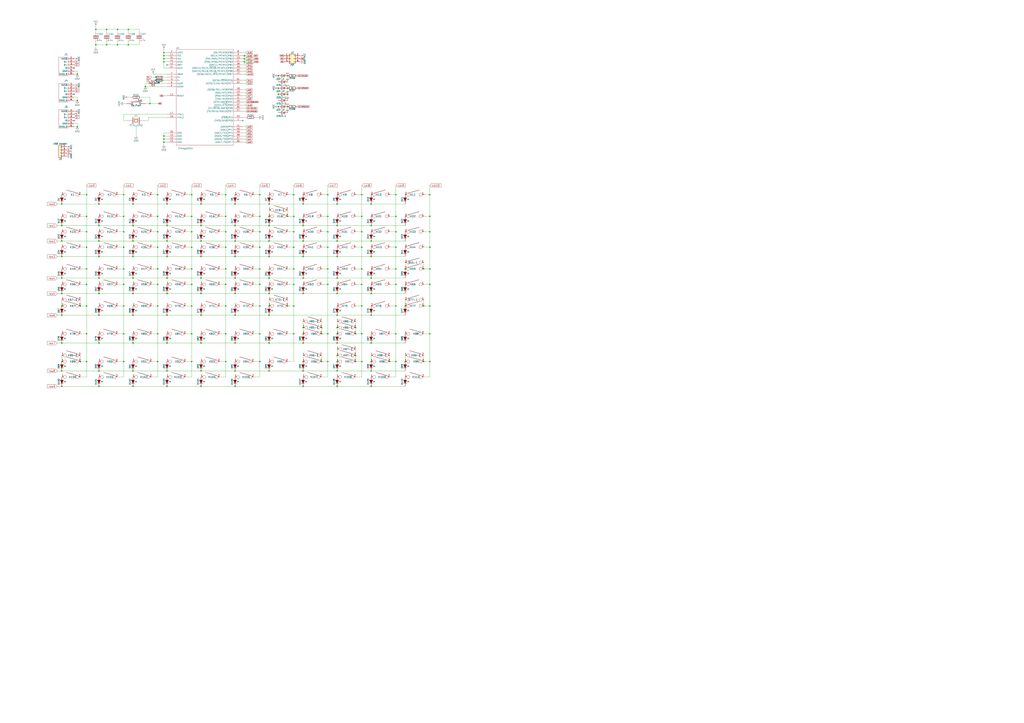
<source format=kicad_sch>
(kicad_sch (version 20200512) (host eeschema "(5.99.0-1789-gecec7192f)")
  (page 1 1)
  (paper "A1")
  (junction (at 50.8 167.64))
  (junction (at 50.8 185.42))
  (junction (at 50.8 198.12))
  (junction (at 50.8 210.82))
  (junction (at 50.8 228.6))
  (junction (at 50.8 241.3))
  (junction (at 50.8 251.46))
  (junction (at 50.8 259.08))
  (junction (at 50.8 281.94))
  (junction (at 50.8 297.18))
  (junction (at 50.8 304.8))
  (junction (at 50.8 317.5))
  (junction (at 63.5 60.96))
  (junction (at 63.5 82.55))
  (junction (at 63.5 104.14))
  (junction (at 66.04 251.46))
  (junction (at 66.04 297.18))
  (junction (at 71.12 160.02))
  (junction (at 71.12 177.8))
  (junction (at 71.12 190.5))
  (junction (at 71.12 203.2))
  (junction (at 71.12 220.98))
  (junction (at 71.12 233.68))
  (junction (at 71.12 251.46))
  (junction (at 71.12 274.32))
  (junction (at 71.12 297.18))
  (junction (at 78.74 24.13))
  (junction (at 78.74 36.83))
  (junction (at 81.28 167.64))
  (junction (at 81.28 185.42))
  (junction (at 81.28 198.12))
  (junction (at 81.28 210.82))
  (junction (at 81.28 228.6))
  (junction (at 81.28 241.3))
  (junction (at 81.28 259.08))
  (junction (at 81.28 281.94))
  (junction (at 81.28 304.8))
  (junction (at 81.28 317.5))
  (junction (at 87.63 24.13))
  (junction (at 87.63 36.83))
  (junction (at 96.52 24.13))
  (junction (at 96.52 36.83))
  (junction (at 101.6 160.02))
  (junction (at 101.6 177.8))
  (junction (at 101.6 190.5))
  (junction (at 101.6 203.2))
  (junction (at 101.6 220.98))
  (junction (at 101.6 233.68))
  (junction (at 101.6 251.46))
  (junction (at 101.6 274.32))
  (junction (at 101.6 297.18))
  (junction (at 105.41 24.13))
  (junction (at 105.41 36.83))
  (junction (at 109.22 167.64))
  (junction (at 109.22 185.42))
  (junction (at 109.22 198.12))
  (junction (at 109.22 210.82))
  (junction (at 109.22 228.6))
  (junction (at 109.22 241.3))
  (junction (at 109.22 259.08))
  (junction (at 109.22 281.94))
  (junction (at 109.22 304.8))
  (junction (at 109.22 317.5))
  (junction (at 119.38 71.12))
  (junction (at 123.19 85.09))
  (junction (at 129.54 160.02))
  (junction (at 129.54 177.8))
  (junction (at 129.54 190.5))
  (junction (at 129.54 203.2))
  (junction (at 129.54 220.98))
  (junction (at 129.54 233.68))
  (junction (at 129.54 251.46))
  (junction (at 129.54 274.32))
  (junction (at 129.54 297.18))
  (junction (at 134.62 43.18))
  (junction (at 134.62 45.72))
  (junction (at 134.62 48.26))
  (junction (at 134.62 50.8))
  (junction (at 134.62 111.76))
  (junction (at 134.62 114.3))
  (junction (at 134.62 116.84))
  (junction (at 137.16 167.64))
  (junction (at 137.16 185.42))
  (junction (at 137.16 198.12))
  (junction (at 137.16 210.82))
  (junction (at 137.16 228.6))
  (junction (at 137.16 241.3))
  (junction (at 137.16 259.08))
  (junction (at 137.16 281.94))
  (junction (at 137.16 304.8))
  (junction (at 137.16 317.5))
  (junction (at 157.48 160.02))
  (junction (at 157.48 177.8))
  (junction (at 157.48 190.5))
  (junction (at 157.48 203.2))
  (junction (at 157.48 220.98))
  (junction (at 157.48 233.68))
  (junction (at 157.48 251.46))
  (junction (at 157.48 274.32))
  (junction (at 157.48 297.18))
  (junction (at 165.1 167.64))
  (junction (at 165.1 185.42))
  (junction (at 165.1 198.12))
  (junction (at 165.1 210.82))
  (junction (at 165.1 228.6))
  (junction (at 165.1 241.3))
  (junction (at 165.1 259.08))
  (junction (at 165.1 281.94))
  (junction (at 165.1 304.8))
  (junction (at 165.1 317.5))
  (junction (at 185.42 160.02))
  (junction (at 185.42 177.8))
  (junction (at 185.42 190.5))
  (junction (at 185.42 203.2))
  (junction (at 185.42 220.98))
  (junction (at 185.42 233.68))
  (junction (at 185.42 251.46))
  (junction (at 185.42 274.32))
  (junction (at 185.42 297.18))
  (junction (at 193.04 167.64))
  (junction (at 193.04 185.42))
  (junction (at 193.04 198.12))
  (junction (at 193.04 210.82))
  (junction (at 193.04 228.6))
  (junction (at 193.04 241.3))
  (junction (at 193.04 259.08))
  (junction (at 193.04 281.94))
  (junction (at 193.04 304.8))
  (junction (at 193.04 317.5))
  (junction (at 200.66 45.72))
  (junction (at 200.66 48.26))
  (junction (at 200.66 50.8))
  (junction (at 213.36 160.02))
  (junction (at 213.36 177.8))
  (junction (at 213.36 190.5))
  (junction (at 213.36 203.2))
  (junction (at 213.36 220.98))
  (junction (at 213.36 233.68))
  (junction (at 213.36 251.46))
  (junction (at 213.36 274.32))
  (junction (at 213.36 297.18))
  (junction (at 220.98 167.64))
  (junction (at 220.98 177.8))
  (junction (at 220.98 185.42))
  (junction (at 220.98 198.12))
  (junction (at 220.98 210.82))
  (junction (at 220.98 228.6))
  (junction (at 220.98 241.3))
  (junction (at 220.98 251.46))
  (junction (at 220.98 259.08))
  (junction (at 220.98 281.94))
  (junction (at 220.98 304.8))
  (junction (at 228.6 62.23))
  (junction (at 228.6 72.39))
  (junction (at 228.6 77.47))
  (junction (at 228.6 87.63))
  (junction (at 236.22 62.23))
  (junction (at 236.22 72.39))
  (junction (at 236.22 77.47))
  (junction (at 236.22 87.63))
  (junction (at 236.22 177.8))
  (junction (at 236.22 251.46))
  (junction (at 241.3 160.02))
  (junction (at 241.3 177.8))
  (junction (at 241.3 190.5))
  (junction (at 241.3 203.2))
  (junction (at 241.3 220.98))
  (junction (at 241.3 233.68))
  (junction (at 241.3 251.46))
  (junction (at 241.3 274.32))
  (junction (at 248.92 167.64))
  (junction (at 248.92 185.42))
  (junction (at 248.92 198.12))
  (junction (at 248.92 210.82))
  (junction (at 248.92 228.6))
  (junction (at 248.92 241.3))
  (junction (at 248.92 269.24))
  (junction (at 248.92 274.32))
  (junction (at 248.92 281.94))
  (junction (at 248.92 297.18))
  (junction (at 248.92 304.8))
  (junction (at 248.92 317.5))
  (junction (at 264.16 269.24))
  (junction (at 264.16 274.32))
  (junction (at 264.16 297.18))
  (junction (at 269.24 160.02))
  (junction (at 269.24 177.8))
  (junction (at 269.24 190.5))
  (junction (at 269.24 203.2))
  (junction (at 269.24 220.98))
  (junction (at 269.24 233.68))
  (junction (at 269.24 274.32))
  (junction (at 269.24 297.18))
  (junction (at 276.86 167.64))
  (junction (at 276.86 185.42))
  (junction (at 276.86 198.12))
  (junction (at 276.86 210.82))
  (junction (at 276.86 228.6))
  (junction (at 276.86 241.3))
  (junction (at 276.86 259.08))
  (junction (at 276.86 269.24))
  (junction (at 276.86 274.32))
  (junction (at 276.86 281.94))
  (junction (at 276.86 292.1))
  (junction (at 276.86 297.18))
  (junction (at 276.86 304.8))
  (junction (at 276.86 317.5))
  (junction (at 292.1 269.24))
  (junction (at 292.1 274.32))
  (junction (at 292.1 292.1))
  (junction (at 292.1 297.18))
  (junction (at 297.18 160.02))
  (junction (at 297.18 177.8))
  (junction (at 297.18 190.5))
  (junction (at 297.18 203.2))
  (junction (at 297.18 220.98))
  (junction (at 297.18 233.68))
  (junction (at 297.18 251.46))
  (junction (at 297.18 274.32))
  (junction (at 297.18 297.18))
  (junction (at 304.8 167.64))
  (junction (at 304.8 185.42))
  (junction (at 304.8 198.12))
  (junction (at 304.8 210.82))
  (junction (at 304.8 228.6))
  (junction (at 304.8 241.3))
  (junction (at 304.8 259.08))
  (junction (at 304.8 281.94))
  (junction (at 304.8 297.18))
  (junction (at 304.8 304.8))
  (junction (at 304.8 317.5))
  (junction (at 320.04 297.18))
  (junction (at 325.12 160.02))
  (junction (at 325.12 177.8))
  (junction (at 325.12 190.5))
  (junction (at 325.12 203.2))
  (junction (at 325.12 220.98))
  (junction (at 325.12 233.68))
  (junction (at 325.12 251.46))
  (junction (at 325.12 274.32))
  (junction (at 325.12 297.18))
  (junction (at 332.74 220.98))
  (junction (at 332.74 251.46))
  (junction (at 332.74 297.18))
  (junction (at 347.98 220.98))
  (junction (at 347.98 251.46))
  (junction (at 347.98 297.18))
  (junction (at 353.06 160.02))
  (junction (at 353.06 177.8))
  (junction (at 353.06 190.5))
  (junction (at 353.06 203.2))
  (junction (at 353.06 220.98))
  (junction (at 353.06 233.68))
  (junction (at 353.06 251.46))
  (junction (at 353.06 274.32))
  (junction (at 353.06 297.18))
  (no_connect (at 137.16 53.34))
  (no_connect (at 60.96 99.06))
  (no_connect (at 60.96 77.47))
  (no_connect (at 60.96 55.88))
  (no_connect (at 199.39 99.06))
  (wire (pts (xy 50.8 167.64) (xy 46.99 167.64)))
  (wire (pts (xy 50.8 185.42) (xy 46.99 185.42)))
  (wire (pts (xy 50.8 198.12) (xy 46.99 198.12)))
  (wire (pts (xy 50.8 198.12) (xy 81.28 198.12)))
  (wire (pts (xy 50.8 210.82) (xy 46.99 210.82)))
  (wire (pts (xy 50.8 228.6) (xy 46.99 228.6)))
  (wire (pts (xy 50.8 228.6) (xy 81.28 228.6)))
  (wire (pts (xy 50.8 241.3) (xy 46.99 241.3)))
  (wire (pts (xy 50.8 246.38) (xy 50.8 251.46)))
  (wire (pts (xy 50.8 259.08) (xy 46.99 259.08)))
  (wire (pts (xy 50.8 281.94) (xy 46.99 281.94)))
  (wire (pts (xy 50.8 281.94) (xy 81.28 281.94)))
  (wire (pts (xy 50.8 292.1) (xy 50.8 297.18)))
  (wire (pts (xy 50.8 304.8) (xy 46.99 304.8)))
  (wire (pts (xy 50.8 304.8) (xy 81.28 304.8)))
  (wire (pts (xy 50.8 317.5) (xy 46.99 317.5)))
  (wire (pts (xy 60.96 58.42) (xy 63.5 58.42)))
  (wire (pts (xy 60.96 60.96) (xy 63.5 60.96)))
  (wire (pts (xy 60.96 80.01) (xy 63.5 80.01)))
  (wire (pts (xy 60.96 82.55) (xy 63.5 82.55)))
  (wire (pts (xy 60.96 101.6) (xy 63.5 101.6)))
  (wire (pts (xy 60.96 104.14) (xy 63.5 104.14)))
  (wire (pts (xy 63.5 58.42) (xy 63.5 60.96)))
  (wire (pts (xy 63.5 80.01) (xy 63.5 82.55)))
  (wire (pts (xy 63.5 101.6) (xy 63.5 104.14)))
  (wire (pts (xy 66.04 160.02) (xy 71.12 160.02)))
  (wire (pts (xy 66.04 177.8) (xy 71.12 177.8)))
  (wire (pts (xy 66.04 190.5) (xy 71.12 190.5)))
  (wire (pts (xy 66.04 203.2) (xy 71.12 203.2)))
  (wire (pts (xy 66.04 220.98) (xy 71.12 220.98)))
  (wire (pts (xy 66.04 233.68) (xy 71.12 233.68)))
  (wire (pts (xy 66.04 246.38) (xy 66.04 251.46)))
  (wire (pts (xy 66.04 251.46) (xy 71.12 251.46)))
  (wire (pts (xy 66.04 274.32) (xy 71.12 274.32)))
  (wire (pts (xy 66.04 292.1) (xy 66.04 297.18)))
  (wire (pts (xy 66.04 297.18) (xy 71.12 297.18)))
  (wire (pts (xy 66.04 309.88) (xy 71.12 309.88)))
  (wire (pts (xy 71.12 152.4) (xy 71.12 160.02)))
  (wire (pts (xy 71.12 160.02) (xy 71.12 177.8)))
  (wire (pts (xy 71.12 177.8) (xy 71.12 190.5)))
  (wire (pts (xy 71.12 190.5) (xy 71.12 203.2)))
  (wire (pts (xy 71.12 203.2) (xy 71.12 220.98)))
  (wire (pts (xy 71.12 220.98) (xy 71.12 233.68)))
  (wire (pts (xy 71.12 233.68) (xy 71.12 251.46)))
  (wire (pts (xy 71.12 251.46) (xy 71.12 274.32)))
  (wire (pts (xy 71.12 274.32) (xy 71.12 297.18)))
  (wire (pts (xy 71.12 297.18) (xy 71.12 309.88)))
  (wire (pts (xy 78.74 21.59) (xy 78.74 24.13)))
  (wire (pts (xy 78.74 24.13) (xy 78.74 26.67)))
  (wire (pts (xy 78.74 24.13) (xy 87.63 24.13)))
  (wire (pts (xy 78.74 34.29) (xy 78.74 36.83)))
  (wire (pts (xy 78.74 36.83) (xy 78.74 39.37)))
  (wire (pts (xy 78.74 36.83) (xy 87.63 36.83)))
  (wire (pts (xy 81.28 167.64) (xy 50.8 167.64)))
  (wire (pts (xy 81.28 185.42) (xy 50.8 185.42)))
  (wire (pts (xy 81.28 198.12) (xy 109.22 198.12)))
  (wire (pts (xy 81.28 210.82) (xy 50.8 210.82)))
  (wire (pts (xy 81.28 228.6) (xy 109.22 228.6)))
  (wire (pts (xy 81.28 241.3) (xy 50.8 241.3)))
  (wire (pts (xy 81.28 259.08) (xy 50.8 259.08)))
  (wire (pts (xy 81.28 281.94) (xy 109.22 281.94)))
  (wire (pts (xy 81.28 304.8) (xy 109.22 304.8)))
  (wire (pts (xy 81.28 317.5) (xy 50.8 317.5)))
  (wire (pts (xy 87.63 24.13) (xy 87.63 26.67)))
  (wire (pts (xy 87.63 24.13) (xy 96.52 24.13)))
  (wire (pts (xy 87.63 34.29) (xy 87.63 36.83)))
  (wire (pts (xy 87.63 36.83) (xy 96.52 36.83)))
  (wire (pts (xy 96.52 24.13) (xy 96.52 26.67)))
  (wire (pts (xy 96.52 24.13) (xy 105.41 24.13)))
  (wire (pts (xy 96.52 36.83) (xy 96.52 34.29)))
  (wire (pts (xy 96.52 36.83) (xy 105.41 36.83)))
  (wire (pts (xy 96.52 160.02) (xy 101.6 160.02)))
  (wire (pts (xy 96.52 177.8) (xy 101.6 177.8)))
  (wire (pts (xy 96.52 190.5) (xy 101.6 190.5)))
  (wire (pts (xy 96.52 203.2) (xy 101.6 203.2)))
  (wire (pts (xy 96.52 220.98) (xy 101.6 220.98)))
  (wire (pts (xy 96.52 233.68) (xy 101.6 233.68)))
  (wire (pts (xy 96.52 251.46) (xy 101.6 251.46)))
  (wire (pts (xy 96.52 274.32) (xy 101.6 274.32)))
  (wire (pts (xy 96.52 297.18) (xy 101.6 297.18)))
  (wire (pts (xy 96.52 309.88) (xy 101.6 309.88)))
  (wire (pts (xy 101.6 93.98) (xy 101.6 99.06)))
  (wire (pts (xy 101.6 93.98) (xy 137.16 93.98)))
  (wire (pts (xy 101.6 152.4) (xy 101.6 160.02)))
  (wire (pts (xy 101.6 160.02) (xy 101.6 177.8)))
  (wire (pts (xy 101.6 177.8) (xy 101.6 190.5)))
  (wire (pts (xy 101.6 190.5) (xy 101.6 203.2)))
  (wire (pts (xy 101.6 203.2) (xy 101.6 220.98)))
  (wire (pts (xy 101.6 220.98) (xy 101.6 233.68)))
  (wire (pts (xy 101.6 233.68) (xy 101.6 251.46)))
  (wire (pts (xy 101.6 251.46) (xy 101.6 274.32)))
  (wire (pts (xy 101.6 274.32) (xy 101.6 297.18)))
  (wire (pts (xy 101.6 297.18) (xy 101.6 309.88)))
  (wire (pts (xy 104.14 85.09) (xy 101.6 85.09)))
  (wire (pts (xy 104.14 99.06) (xy 101.6 99.06)))
  (wire (pts (xy 105.41 24.13) (xy 105.41 26.67)))
  (wire (pts (xy 105.41 24.13) (xy 114.3 24.13)))
  (wire (pts (xy 105.41 36.83) (xy 105.41 34.29)))
  (wire (pts (xy 105.41 36.83) (xy 114.3 36.83)))
  (wire (pts (xy 105.41 80.01) (xy 107.95 80.01)))
  (wire (pts (xy 109.22 167.64) (xy 81.28 167.64)))
  (wire (pts (xy 109.22 185.42) (xy 81.28 185.42)))
  (wire (pts (xy 109.22 198.12) (xy 137.16 198.12)))
  (wire (pts (xy 109.22 210.82) (xy 81.28 210.82)))
  (wire (pts (xy 109.22 228.6) (xy 137.16 228.6)))
  (wire (pts (xy 109.22 241.3) (xy 81.28 241.3)))
  (wire (pts (xy 109.22 259.08) (xy 81.28 259.08)))
  (wire (pts (xy 109.22 281.94) (xy 137.16 281.94)))
  (wire (pts (xy 109.22 304.8) (xy 137.16 304.8)))
  (wire (pts (xy 109.22 317.5) (xy 81.28 317.5)))
  (wire (pts (xy 111.76 104.14) (xy 111.76 111.76)))
  (wire (pts (xy 114.3 24.13) (xy 114.3 26.67)))
  (wire (pts (xy 114.3 36.83) (xy 114.3 34.29)))
  (wire (pts (xy 115.57 80.01) (xy 123.19 80.01)))
  (wire (pts (xy 119.38 68.58) (xy 119.38 71.12)))
  (wire (pts (xy 119.38 68.58) (xy 121.92 68.58)))
  (wire (pts (xy 119.38 71.12) (xy 137.16 71.12)))
  (wire (pts (xy 119.38 85.09) (xy 123.19 85.09)))
  (wire (pts (xy 121.92 96.52) (xy 121.92 99.06)))
  (wire (pts (xy 121.92 99.06) (xy 119.38 99.06)))
  (wire (pts (xy 123.19 80.01) (xy 123.19 85.09)))
  (wire (pts (xy 123.19 85.09) (xy 129.54 85.09)))
  (wire (pts (xy 124.46 63.5) (xy 127 63.5)))
  (wire (pts (xy 124.46 66.04) (xy 127 66.04)))
  (wire (pts (xy 124.46 160.02) (xy 129.54 160.02)))
  (wire (pts (xy 124.46 177.8) (xy 129.54 177.8)))
  (wire (pts (xy 124.46 190.5) (xy 129.54 190.5)))
  (wire (pts (xy 124.46 203.2) (xy 129.54 203.2)))
  (wire (pts (xy 124.46 220.98) (xy 129.54 220.98)))
  (wire (pts (xy 124.46 233.68) (xy 129.54 233.68)))
  (wire (pts (xy 124.46 251.46) (xy 129.54 251.46)))
  (wire (pts (xy 124.46 274.32) (xy 129.54 274.32)))
  (wire (pts (xy 124.46 297.18) (xy 129.54 297.18)))
  (wire (pts (xy 124.46 309.88) (xy 129.54 309.88)))
  (wire (pts (xy 125.73 60.96) (xy 137.16 60.96)))
  (wire (pts (xy 129.54 68.58) (xy 137.16 68.58)))
  (wire (pts (xy 129.54 160.02) (xy 129.54 152.4)))
  (wire (pts (xy 129.54 160.02) (xy 129.54 177.8)))
  (wire (pts (xy 129.54 177.8) (xy 129.54 190.5)))
  (wire (pts (xy 129.54 190.5) (xy 129.54 203.2)))
  (wire (pts (xy 129.54 203.2) (xy 129.54 220.98)))
  (wire (pts (xy 129.54 220.98) (xy 129.54 233.68)))
  (wire (pts (xy 129.54 233.68) (xy 129.54 251.46)))
  (wire (pts (xy 129.54 251.46) (xy 129.54 274.32)))
  (wire (pts (xy 129.54 274.32) (xy 129.54 297.18)))
  (wire (pts (xy 129.54 297.18) (xy 129.54 309.88)))
  (wire (pts (xy 134.62 40.64) (xy 134.62 43.18)))
  (wire (pts (xy 134.62 43.18) (xy 134.62 45.72)))
  (wire (pts (xy 134.62 45.72) (xy 134.62 48.26)))
  (wire (pts (xy 134.62 48.26) (xy 134.62 50.8)))
  (wire (pts (xy 134.62 50.8) (xy 134.62 55.88)))
  (wire (pts (xy 134.62 55.88) (xy 137.16 55.88)))
  (wire (pts (xy 134.62 63.5) (xy 137.16 63.5)))
  (wire (pts (xy 134.62 78.74) (xy 137.16 78.74)))
  (wire (pts (xy 134.62 109.22) (xy 134.62 111.76)))
  (wire (pts (xy 134.62 111.76) (xy 134.62 114.3)))
  (wire (pts (xy 134.62 111.76) (xy 137.16 111.76)))
  (wire (pts (xy 134.62 114.3) (xy 134.62 116.84)))
  (wire (pts (xy 134.62 114.3) (xy 137.16 114.3)))
  (wire (pts (xy 134.62 116.84) (xy 134.62 119.38)))
  (wire (pts (xy 137.16 43.18) (xy 134.62 43.18)))
  (wire (pts (xy 137.16 45.72) (xy 134.62 45.72)))
  (wire (pts (xy 137.16 48.26) (xy 134.62 48.26)))
  (wire (pts (xy 137.16 50.8) (xy 134.62 50.8)))
  (wire (pts (xy 137.16 66.04) (xy 134.62 66.04)))
  (wire (pts (xy 137.16 96.52) (xy 121.92 96.52)))
  (wire (pts (xy 137.16 109.22) (xy 134.62 109.22)))
  (wire (pts (xy 137.16 116.84) (xy 134.62 116.84)))
  (wire (pts (xy 137.16 167.64) (xy 109.22 167.64)))
  (wire (pts (xy 137.16 185.42) (xy 109.22 185.42)))
  (wire (pts (xy 137.16 198.12) (xy 165.1 198.12)))
  (wire (pts (xy 137.16 210.82) (xy 109.22 210.82)))
  (wire (pts (xy 137.16 228.6) (xy 165.1 228.6)))
  (wire (pts (xy 137.16 241.3) (xy 109.22 241.3)))
  (wire (pts (xy 137.16 259.08) (xy 109.22 259.08)))
  (wire (pts (xy 137.16 281.94) (xy 165.1 281.94)))
  (wire (pts (xy 137.16 304.8) (xy 165.1 304.8)))
  (wire (pts (xy 137.16 317.5) (xy 109.22 317.5)))
  (wire (pts (xy 152.4 160.02) (xy 157.48 160.02)))
  (wire (pts (xy 152.4 177.8) (xy 157.48 177.8)))
  (wire (pts (xy 152.4 190.5) (xy 157.48 190.5)))
  (wire (pts (xy 152.4 203.2) (xy 157.48 203.2)))
  (wire (pts (xy 152.4 220.98) (xy 157.48 220.98)))
  (wire (pts (xy 152.4 233.68) (xy 157.48 233.68)))
  (wire (pts (xy 152.4 251.46) (xy 157.48 251.46)))
  (wire (pts (xy 152.4 274.32) (xy 157.48 274.32)))
  (wire (pts (xy 152.4 297.18) (xy 157.48 297.18)))
  (wire (pts (xy 152.4 309.88) (xy 157.48 309.88)))
  (wire (pts (xy 157.48 160.02) (xy 157.48 152.4)))
  (wire (pts (xy 157.48 160.02) (xy 157.48 177.8)))
  (wire (pts (xy 157.48 177.8) (xy 157.48 190.5)))
  (wire (pts (xy 157.48 190.5) (xy 157.48 203.2)))
  (wire (pts (xy 157.48 203.2) (xy 157.48 220.98)))
  (wire (pts (xy 157.48 220.98) (xy 157.48 233.68)))
  (wire (pts (xy 157.48 233.68) (xy 157.48 251.46)))
  (wire (pts (xy 157.48 251.46) (xy 157.48 274.32)))
  (wire (pts (xy 157.48 274.32) (xy 157.48 297.18)))
  (wire (pts (xy 157.48 297.18) (xy 157.48 309.88)))
  (wire (pts (xy 165.1 167.64) (xy 137.16 167.64)))
  (wire (pts (xy 165.1 185.42) (xy 137.16 185.42)))
  (wire (pts (xy 165.1 198.12) (xy 193.04 198.12)))
  (wire (pts (xy 165.1 210.82) (xy 137.16 210.82)))
  (wire (pts (xy 165.1 228.6) (xy 193.04 228.6)))
  (wire (pts (xy 165.1 241.3) (xy 137.16 241.3)))
  (wire (pts (xy 165.1 259.08) (xy 137.16 259.08)))
  (wire (pts (xy 165.1 281.94) (xy 193.04 281.94)))
  (wire (pts (xy 165.1 304.8) (xy 193.04 304.8)))
  (wire (pts (xy 165.1 317.5) (xy 137.16 317.5)))
  (wire (pts (xy 180.34 160.02) (xy 185.42 160.02)))
  (wire (pts (xy 180.34 177.8) (xy 185.42 177.8)))
  (wire (pts (xy 180.34 190.5) (xy 185.42 190.5)))
  (wire (pts (xy 180.34 203.2) (xy 185.42 203.2)))
  (wire (pts (xy 180.34 220.98) (xy 185.42 220.98)))
  (wire (pts (xy 180.34 233.68) (xy 185.42 233.68)))
  (wire (pts (xy 180.34 251.46) (xy 185.42 251.46)))
  (wire (pts (xy 180.34 274.32) (xy 185.42 274.32)))
  (wire (pts (xy 180.34 297.18) (xy 185.42 297.18)))
  (wire (pts (xy 180.34 309.88) (xy 185.42 309.88)))
  (wire (pts (xy 185.42 160.02) (xy 185.42 152.4)))
  (wire (pts (xy 185.42 160.02) (xy 185.42 177.8)))
  (wire (pts (xy 185.42 177.8) (xy 185.42 190.5)))
  (wire (pts (xy 185.42 190.5) (xy 185.42 203.2)))
  (wire (pts (xy 185.42 203.2) (xy 185.42 220.98)))
  (wire (pts (xy 185.42 220.98) (xy 185.42 233.68)))
  (wire (pts (xy 185.42 233.68) (xy 185.42 251.46)))
  (wire (pts (xy 185.42 251.46) (xy 185.42 274.32)))
  (wire (pts (xy 185.42 274.32) (xy 185.42 297.18)))
  (wire (pts (xy 185.42 297.18) (xy 185.42 309.88)))
  (wire (pts (xy 193.04 167.64) (xy 165.1 167.64)))
  (wire (pts (xy 193.04 185.42) (xy 165.1 185.42)))
  (wire (pts (xy 193.04 198.12) (xy 220.98 198.12)))
  (wire (pts (xy 193.04 210.82) (xy 165.1 210.82)))
  (wire (pts (xy 193.04 228.6) (xy 220.98 228.6)))
  (wire (pts (xy 193.04 241.3) (xy 165.1 241.3)))
  (wire (pts (xy 193.04 259.08) (xy 165.1 259.08)))
  (wire (pts (xy 193.04 281.94) (xy 220.98 281.94)))
  (wire (pts (xy 193.04 304.8) (xy 220.98 304.8)))
  (wire (pts (xy 193.04 317.5) (xy 165.1 317.5)))
  (wire (pts (xy 193.04 317.5) (xy 248.92 317.5)))
  (wire (pts (xy 199.39 43.18) (xy 201.93 43.18)))
  (wire (pts (xy 199.39 55.88) (xy 201.93 55.88)))
  (wire (pts (xy 199.39 58.42) (xy 201.93 58.42)))
  (wire (pts (xy 199.39 60.96) (xy 201.93 60.96)))
  (wire (pts (xy 199.39 66.04) (xy 201.93 66.04)))
  (wire (pts (xy 199.39 68.58) (xy 201.93 68.58)))
  (wire (pts (xy 199.39 73.66) (xy 201.93 73.66)))
  (wire (pts (xy 199.39 76.2) (xy 201.93 76.2)))
  (wire (pts (xy 199.39 78.74) (xy 201.93 78.74)))
  (wire (pts (xy 199.39 81.28) (xy 201.93 81.28)))
  (wire (pts (xy 199.39 83.82) (xy 201.93 83.82)))
  (wire (pts (xy 199.39 86.36) (xy 201.93 86.36)))
  (wire (pts (xy 199.39 88.9) (xy 201.93 88.9)))
  (wire (pts (xy 199.39 91.44) (xy 201.93 91.44)))
  (wire (pts (xy 199.39 104.14) (xy 201.93 104.14)))
  (wire (pts (xy 199.39 109.22) (xy 201.93 109.22)))
  (wire (pts (xy 199.39 111.76) (xy 201.93 111.76)))
  (wire (pts (xy 199.39 114.3) (xy 201.93 114.3)))
  (wire (pts (xy 199.39 116.84) (xy 201.93 116.84)))
  (wire (pts (xy 200.66 45.72) (xy 199.39 45.72)))
  (wire (pts (xy 200.66 45.72) (xy 200.66 46.99)))
  (wire (pts (xy 200.66 48.26) (xy 199.39 48.26)))
  (wire (pts (xy 200.66 48.26) (xy 200.66 49.53)))
  (wire (pts (xy 200.66 49.53) (xy 208.28 49.53)))
  (wire (pts (xy 200.66 50.8) (xy 199.39 50.8)))
  (wire (pts (xy 200.66 50.8) (xy 200.66 52.07)))
  (wire (pts (xy 200.66 52.07) (xy 208.28 52.07)))
  (wire (pts (xy 201.93 45.72) (xy 200.66 45.72)))
  (wire (pts (xy 201.93 48.26) (xy 200.66 48.26)))
  (wire (pts (xy 201.93 50.8) (xy 200.66 50.8)))
  (wire (pts (xy 201.93 53.34) (xy 199.39 53.34)))
  (wire (pts (xy 201.93 96.52) (xy 199.39 96.52)))
  (wire (pts (xy 201.93 106.68) (xy 199.39 106.68)))
  (wire (pts (xy 208.28 46.99) (xy 200.66 46.99)))
  (wire (pts (xy 208.28 46.99) (xy 208.28 45.72)))
  (wire (pts (xy 208.28 49.53) (xy 208.28 48.26)))
  (wire (pts (xy 208.28 52.07) (xy 208.28 50.8)))
  (wire (pts (xy 208.28 160.02) (xy 213.36 160.02)))
  (wire (pts (xy 208.28 177.8) (xy 213.36 177.8)))
  (wire (pts (xy 208.28 190.5) (xy 213.36 190.5)))
  (wire (pts (xy 208.28 203.2) (xy 213.36 203.2)))
  (wire (pts (xy 208.28 220.98) (xy 213.36 220.98)))
  (wire (pts (xy 208.28 233.68) (xy 213.36 233.68)))
  (wire (pts (xy 208.28 251.46) (xy 213.36 251.46)))
  (wire (pts (xy 208.28 274.32) (xy 213.36 274.32)))
  (wire (pts (xy 208.28 297.18) (xy 213.36 297.18)))
  (wire (pts (xy 208.28 309.88) (xy 213.36 309.88)))
  (wire (pts (xy 209.55 96.52) (xy 212.09 96.52)))
  (wire (pts (xy 213.36 160.02) (xy 213.36 152.4)))
  (wire (pts (xy 213.36 160.02) (xy 213.36 177.8)))
  (wire (pts (xy 213.36 177.8) (xy 213.36 190.5)))
  (wire (pts (xy 213.36 190.5) (xy 213.36 203.2)))
  (wire (pts (xy 213.36 203.2) (xy 213.36 220.98)))
  (wire (pts (xy 213.36 220.98) (xy 213.36 233.68)))
  (wire (pts (xy 213.36 233.68) (xy 213.36 251.46)))
  (wire (pts (xy 213.36 251.46) (xy 213.36 274.32)))
  (wire (pts (xy 213.36 274.32) (xy 213.36 297.18)))
  (wire (pts (xy 213.36 297.18) (xy 213.36 309.88)))
  (wire (pts (xy 220.98 167.64) (xy 193.04 167.64)))
  (wire (pts (xy 220.98 172.72) (xy 220.98 177.8)))
  (wire (pts (xy 220.98 185.42) (xy 193.04 185.42)))
  (wire (pts (xy 220.98 198.12) (xy 248.92 198.12)))
  (wire (pts (xy 220.98 210.82) (xy 193.04 210.82)))
  (wire (pts (xy 220.98 228.6) (xy 248.92 228.6)))
  (wire (pts (xy 220.98 241.3) (xy 193.04 241.3)))
  (wire (pts (xy 220.98 246.38) (xy 220.98 251.46)))
  (wire (pts (xy 220.98 259.08) (xy 193.04 259.08)))
  (wire (pts (xy 220.98 259.08) (xy 276.86 259.08)))
  (wire (pts (xy 220.98 281.94) (xy 248.92 281.94)))
  (wire (pts (xy 220.98 304.8) (xy 248.92 304.8)))
  (wire (pts (xy 228.6 67.31) (xy 228.6 62.23)))
  (wire (pts (xy 228.6 77.47) (xy 228.6 72.39)))
  (wire (pts (xy 228.6 82.55) (xy 228.6 77.47)))
  (wire (pts (xy 228.6 92.71) (xy 228.6 87.63)))
  (wire (pts (xy 236.22 67.31) (xy 236.22 62.23)))
  (wire (pts (xy 236.22 77.47) (xy 236.22 72.39)))
  (wire (pts (xy 236.22 82.55) (xy 236.22 77.47)))
  (wire (pts (xy 236.22 92.71) (xy 236.22 87.63)))
  (wire (pts (xy 236.22 160.02) (xy 241.3 160.02)))
  (wire (pts (xy 236.22 172.72) (xy 236.22 177.8)))
  (wire (pts (xy 236.22 177.8) (xy 241.3 177.8)))
  (wire (pts (xy 236.22 190.5) (xy 241.3 190.5)))
  (wire (pts (xy 236.22 203.2) (xy 241.3 203.2)))
  (wire (pts (xy 236.22 220.98) (xy 241.3 220.98)))
  (wire (pts (xy 236.22 233.68) (xy 241.3 233.68)))
  (wire (pts (xy 236.22 246.38) (xy 236.22 251.46)))
  (wire (pts (xy 236.22 251.46) (xy 241.3 251.46)))
  (wire (pts (xy 236.22 274.32) (xy 241.3 274.32)))
  (wire (pts (xy 236.22 297.18) (xy 241.3 297.18)))
  (wire (pts (xy 241.3 160.02) (xy 241.3 152.4)))
  (wire (pts (xy 241.3 160.02) (xy 241.3 177.8)))
  (wire (pts (xy 241.3 177.8) (xy 241.3 190.5)))
  (wire (pts (xy 241.3 190.5) (xy 241.3 203.2)))
  (wire (pts (xy 241.3 203.2) (xy 241.3 220.98)))
  (wire (pts (xy 241.3 220.98) (xy 241.3 233.68)))
  (wire (pts (xy 241.3 233.68) (xy 241.3 251.46)))
  (wire (pts (xy 241.3 251.46) (xy 241.3 274.32)))
  (wire (pts (xy 241.3 274.32) (xy 241.3 297.18)))
  (wire (pts (xy 248.92 167.64) (xy 220.98 167.64)))
  (wire (pts (xy 248.92 185.42) (xy 220.98 185.42)))
  (wire (pts (xy 248.92 198.12) (xy 276.86 198.12)))
  (wire (pts (xy 248.92 210.82) (xy 220.98 210.82)))
  (wire (pts (xy 248.92 228.6) (xy 276.86 228.6)))
  (wire (pts (xy 248.92 241.3) (xy 220.98 241.3)))
  (wire (pts (xy 248.92 264.16) (xy 248.92 269.24)))
  (wire (pts (xy 248.92 269.24) (xy 248.92 274.32)))
  (wire (pts (xy 248.92 281.94) (xy 276.86 281.94)))
  (wire (pts (xy 248.92 292.1) (xy 248.92 297.18)))
  (wire (pts (xy 248.92 304.8) (xy 276.86 304.8)))
  (wire (pts (xy 248.92 317.5) (xy 276.86 317.5)))
  (wire (pts (xy 264.16 160.02) (xy 269.24 160.02)))
  (wire (pts (xy 264.16 177.8) (xy 269.24 177.8)))
  (wire (pts (xy 264.16 190.5) (xy 269.24 190.5)))
  (wire (pts (xy 264.16 203.2) (xy 269.24 203.2)))
  (wire (pts (xy 264.16 220.98) (xy 269.24 220.98)))
  (wire (pts (xy 264.16 233.68) (xy 269.24 233.68)))
  (wire (pts (xy 264.16 269.24) (xy 264.16 264.16)))
  (wire (pts (xy 264.16 274.32) (xy 264.16 269.24)))
  (wire (pts (xy 264.16 274.32) (xy 269.24 274.32)))
  (wire (pts (xy 264.16 292.1) (xy 264.16 297.18)))
  (wire (pts (xy 264.16 297.18) (xy 269.24 297.18)))
  (wire (pts (xy 264.16 309.88) (xy 269.24 309.88)))
  (wire (pts (xy 269.24 160.02) (xy 269.24 152.4)))
  (wire (pts (xy 269.24 160.02) (xy 269.24 177.8)))
  (wire (pts (xy 269.24 177.8) (xy 269.24 190.5)))
  (wire (pts (xy 269.24 190.5) (xy 269.24 203.2)))
  (wire (pts (xy 269.24 203.2) (xy 269.24 220.98)))
  (wire (pts (xy 269.24 220.98) (xy 269.24 233.68)))
  (wire (pts (xy 269.24 233.68) (xy 269.24 274.32)))
  (wire (pts (xy 269.24 274.32) (xy 269.24 297.18)))
  (wire (pts (xy 269.24 297.18) (xy 269.24 309.88)))
  (wire (pts (xy 276.86 167.64) (xy 248.92 167.64)))
  (wire (pts (xy 276.86 185.42) (xy 248.92 185.42)))
  (wire (pts (xy 276.86 198.12) (xy 304.8 198.12)))
  (wire (pts (xy 276.86 210.82) (xy 248.92 210.82)))
  (wire (pts (xy 276.86 228.6) (xy 304.8 228.6)))
  (wire (pts (xy 276.86 241.3) (xy 248.92 241.3)))
  (wire (pts (xy 276.86 264.16) (xy 276.86 269.24)))
  (wire (pts (xy 276.86 269.24) (xy 276.86 274.32)))
  (wire (pts (xy 276.86 281.94) (xy 304.8 281.94)))
  (wire (pts (xy 276.86 287.02) (xy 276.86 292.1)))
  (wire (pts (xy 276.86 292.1) (xy 276.86 297.18)))
  (wire (pts (xy 276.86 304.8) (xy 304.8 304.8)))
  (wire (pts (xy 276.86 317.5) (xy 304.8 317.5)))
  (wire (pts (xy 292.1 160.02) (xy 297.18 160.02)))
  (wire (pts (xy 292.1 177.8) (xy 297.18 177.8)))
  (wire (pts (xy 292.1 190.5) (xy 297.18 190.5)))
  (wire (pts (xy 292.1 203.2) (xy 297.18 203.2)))
  (wire (pts (xy 292.1 220.98) (xy 297.18 220.98)))
  (wire (pts (xy 292.1 233.68) (xy 297.18 233.68)))
  (wire (pts (xy 292.1 251.46) (xy 297.18 251.46)))
  (wire (pts (xy 292.1 269.24) (xy 292.1 264.16)))
  (wire (pts (xy 292.1 274.32) (xy 292.1 269.24)))
  (wire (pts (xy 292.1 274.32) (xy 297.18 274.32)))
  (wire (pts (xy 292.1 292.1) (xy 292.1 287.02)))
  (wire (pts (xy 292.1 297.18) (xy 292.1 292.1)))
  (wire (pts (xy 292.1 297.18) (xy 297.18 297.18)))
  (wire (pts (xy 292.1 309.88) (xy 297.18 309.88)))
  (wire (pts (xy 297.18 160.02) (xy 297.18 152.4)))
  (wire (pts (xy 297.18 160.02) (xy 297.18 177.8)))
  (wire (pts (xy 297.18 177.8) (xy 297.18 190.5)))
  (wire (pts (xy 297.18 190.5) (xy 297.18 203.2)))
  (wire (pts (xy 297.18 203.2) (xy 297.18 220.98)))
  (wire (pts (xy 297.18 220.98) (xy 297.18 233.68)))
  (wire (pts (xy 297.18 233.68) (xy 297.18 251.46)))
  (wire (pts (xy 297.18 251.46) (xy 297.18 274.32)))
  (wire (pts (xy 297.18 274.32) (xy 297.18 297.18)))
  (wire (pts (xy 297.18 297.18) (xy 297.18 309.88)))
  (wire (pts (xy 304.8 167.64) (xy 276.86 167.64)))
  (wire (pts (xy 304.8 185.42) (xy 276.86 185.42)))
  (wire (pts (xy 304.8 198.12) (xy 332.74 198.12)))
  (wire (pts (xy 304.8 210.82) (xy 276.86 210.82)))
  (wire (pts (xy 304.8 228.6) (xy 332.74 228.6)))
  (wire (pts (xy 304.8 241.3) (xy 276.86 241.3)))
  (wire (pts (xy 304.8 259.08) (xy 276.86 259.08)))
  (wire (pts (xy 304.8 281.94) (xy 332.74 281.94)))
  (wire (pts (xy 304.8 292.1) (xy 304.8 297.18)))
  (wire (pts (xy 304.8 304.8) (xy 332.74 304.8)))
  (wire (pts (xy 320.04 160.02) (xy 325.12 160.02)))
  (wire (pts (xy 320.04 177.8) (xy 325.12 177.8)))
  (wire (pts (xy 320.04 190.5) (xy 325.12 190.5)))
  (wire (pts (xy 320.04 203.2) (xy 325.12 203.2)))
  (wire (pts (xy 320.04 220.98) (xy 325.12 220.98)))
  (wire (pts (xy 320.04 233.68) (xy 325.12 233.68)))
  (wire (pts (xy 320.04 251.46) (xy 325.12 251.46)))
  (wire (pts (xy 320.04 274.32) (xy 325.12 274.32)))
  (wire (pts (xy 320.04 292.1) (xy 320.04 297.18)))
  (wire (pts (xy 320.04 297.18) (xy 325.12 297.18)))
  (wire (pts (xy 320.04 309.88) (xy 325.12 309.88)))
  (wire (pts (xy 325.12 160.02) (xy 325.12 152.4)))
  (wire (pts (xy 325.12 160.02) (xy 325.12 177.8)))
  (wire (pts (xy 325.12 177.8) (xy 325.12 190.5)))
  (wire (pts (xy 325.12 190.5) (xy 325.12 203.2)))
  (wire (pts (xy 325.12 203.2) (xy 325.12 220.98)))
  (wire (pts (xy 325.12 220.98) (xy 325.12 233.68)))
  (wire (pts (xy 325.12 233.68) (xy 325.12 251.46)))
  (wire (pts (xy 325.12 251.46) (xy 325.12 274.32)))
  (wire (pts (xy 325.12 274.32) (xy 325.12 297.18)))
  (wire (pts (xy 325.12 297.18) (xy 325.12 309.88)))
  (wire (pts (xy 332.74 167.64) (xy 304.8 167.64)))
  (wire (pts (xy 332.74 185.42) (xy 304.8 185.42)))
  (wire (pts (xy 332.74 210.82) (xy 304.8 210.82)))
  (wire (pts (xy 332.74 215.9) (xy 332.74 220.98)))
  (wire (pts (xy 332.74 241.3) (xy 304.8 241.3)))
  (wire (pts (xy 332.74 246.38) (xy 332.74 251.46)))
  (wire (pts (xy 332.74 259.08) (xy 304.8 259.08)))
  (wire (pts (xy 332.74 292.1) (xy 332.74 297.18)))
  (wire (pts (xy 332.74 317.5) (xy 304.8 317.5)))
  (wire (pts (xy 347.98 160.02) (xy 353.06 160.02)))
  (wire (pts (xy 347.98 177.8) (xy 353.06 177.8)))
  (wire (pts (xy 347.98 190.5) (xy 353.06 190.5)))
  (wire (pts (xy 347.98 203.2) (xy 353.06 203.2)))
  (wire (pts (xy 347.98 215.9) (xy 347.98 220.98)))
  (wire (pts (xy 347.98 220.98) (xy 353.06 220.98)))
  (wire (pts (xy 347.98 233.68) (xy 353.06 233.68)))
  (wire (pts (xy 347.98 246.38) (xy 347.98 251.46)))
  (wire (pts (xy 347.98 251.46) (xy 353.06 251.46)))
  (wire (pts (xy 347.98 274.32) (xy 353.06 274.32)))
  (wire (pts (xy 347.98 297.18) (xy 347.98 292.1)))
  (wire (pts (xy 347.98 297.18) (xy 353.06 297.18)))
  (wire (pts (xy 347.98 309.88) (xy 353.06 309.88)))
  (wire (pts (xy 353.06 160.02) (xy 353.06 152.4)))
  (wire (pts (xy 353.06 160.02) (xy 353.06 177.8)))
  (wire (pts (xy 353.06 177.8) (xy 353.06 190.5)))
  (wire (pts (xy 353.06 190.5) (xy 353.06 203.2)))
  (wire (pts (xy 353.06 203.2) (xy 353.06 220.98)))
  (wire (pts (xy 353.06 220.98) (xy 353.06 233.68)))
  (wire (pts (xy 353.06 233.68) (xy 353.06 251.46)))
  (wire (pts (xy 353.06 251.46) (xy 353.06 274.32)))
  (wire (pts (xy 353.06 274.32) (xy 353.06 297.18)))
  (wire (pts (xy 353.06 297.18) (xy 353.06 309.88)))
  (global_label "row0" (shape input) (at 46.99 167.64 180) (effects (font (size 1.4986 1.4986))))
  (global_label "row1" (shape input) (at 46.99 185.42 180) (effects (font (size 1.4986 1.4986))))
  (global_label "row2" (shape input) (at 46.99 198.12 180) (effects (font (size 1.4986 1.4986))))
  (global_label "row3" (shape input) (at 46.99 210.82 180) (effects (font (size 1.4986 1.4986))))
  (global_label "row4" (shape input) (at 46.99 228.6 180) (effects (font (size 1.4986 1.4986))))
  (global_label "row5" (shape input) (at 46.99 241.3 180) (effects (font (size 1.4986 1.4986))))
  (global_label "row6" (shape input) (at 46.99 259.08 180) (effects (font (size 1.4986 1.4986))))
  (global_label "row7" (shape input) (at 46.99 281.94 180) (effects (font (size 1.4986 1.4986))))
  (global_label "row8" (shape input) (at 46.99 304.8 180) (effects (font (size 1.4986 1.4986))))
  (global_label "row9" (shape input) (at 46.99 317.5 180) (effects (font (size 1.4986 1.4986))))
  (global_label "D-" (shape input) (at 54.61 123.19 0) (effects (font (size 0.9906 0.9906))))
  (global_label "D+" (shape input) (at 54.61 125.73 0) (effects (font (size 0.9906 0.9906))))
  (global_label "D-" (shape input) (at 60.96 50.8 0) (effects (font (size 0.9906 0.9906))))
  (global_label "D+" (shape input) (at 60.96 53.34 0) (effects (font (size 0.9906 0.9906))))
  (global_label "D-" (shape input) (at 60.96 72.39 0) (effects (font (size 0.9906 0.9906))))
  (global_label "D+" (shape input) (at 60.96 74.93 0) (effects (font (size 0.9906 0.9906))))
  (global_label "D-" (shape input) (at 60.96 93.98 0) (effects (font (size 0.9906 0.9906))))
  (global_label "D+" (shape input) (at 60.96 96.52 0) (effects (font (size 0.9906 0.9906))))
  (global_label "col0" (shape input) (at 71.12 152.4 0) (effects (font (size 1.4986 1.4986))))
  (global_label "col1" (shape input) (at 101.6 152.4 0) (effects (font (size 1.4986 1.4986))))
  (global_label "D+" (shape input) (at 124.46 63.5 180) (effects (font (size 0.9906 0.9906))))
  (global_label "D-" (shape input) (at 124.46 66.04 180) (effects (font (size 0.9906 0.9906))))
  (global_label "RST" (shape input) (at 129.54 85.09 0) (effects (font (size 0.7112 0.7112))))
  (global_label "col2" (shape input) (at 129.54 152.4 0) (effects (font (size 1.4986 1.4986))))
  (global_label "RST" (shape input) (at 134.62 78.74 180) (effects (font (size 0.7112 0.7112))))
  (global_label "col3" (shape input) (at 157.48 152.4 0) (effects (font (size 1.4986 1.4986))))
  (global_label "col4" (shape input) (at 185.42 152.4 0) (effects (font (size 1.4986 1.4986))))
  (global_label "row6" (shape input) (at 201.93 43.18 0) (effects (font (size 0.9906 0.9906))))
  (global_label "row8" (shape input) (at 201.93 45.72 0) (effects (font (size 0.9906 0.9906))))
  (global_label "row7" (shape input) (at 201.93 48.26 0) (effects (font (size 0.9906 0.9906))))
  (global_label "row9" (shape input) (at 201.93 50.8 0) (effects (font (size 0.9906 0.9906))))
  (global_label "row1" (shape input) (at 201.93 53.34 0) (effects (font (size 0.9906 0.9906))))
  (global_label "row2" (shape input) (at 201.93 55.88 0) (effects (font (size 0.9906 0.9906))))
  (global_label "row3" (shape input) (at 201.93 58.42 0) (effects (font (size 0.9906 0.9906))))
  (global_label "col10" (shape input) (at 201.93 60.96 0) (effects (font (size 0.9906 0.9906))))
  (global_label "row4" (shape input) (at 201.93 66.04 0) (effects (font (size 0.9906 0.9906))))
  (global_label "row5" (shape input) (at 201.93 68.58 0) (effects (font (size 0.9906 0.9906))))
  (global_label "col9" (shape input) (at 201.93 73.66 0) (effects (font (size 0.9906 0.9906))))
  (global_label "col8" (shape input) (at 201.93 76.2 0) (effects (font (size 0.9906 0.9906))))
  (global_label "col7" (shape input) (at 201.93 78.74 0) (effects (font (size 0.9906 0.9906))))
  (global_label "col6" (shape input) (at 201.93 81.28 0) (effects (font (size 0.9906 0.9906))))
  (global_label "LED-SCROLLOCK" (shape input) (at 201.93 83.82 0) (effects (font (size 0.7112 0.7112))))
  (global_label "row0" (shape input) (at 201.93 86.36 0) (effects (font (size 0.9906 0.9906))))
  (global_label "LED-NUMLOCK" (shape input) (at 201.93 88.9 0) (effects (font (size 0.7112 0.7112))))
  (global_label "LED-CAPSLOCK" (shape input) (at 201.93 91.44 0) (effects (font (size 0.7112 0.7112))))
  (global_label "col0" (shape input) (at 201.93 104.14 0) (effects (font (size 0.9906 0.9906))))
  (global_label "col1" (shape input) (at 201.93 106.68 0) (effects (font (size 0.9906 0.9906))))
  (global_label "col2" (shape input) (at 201.93 109.22 0) (effects (font (size 0.9906 0.9906))))
  (global_label "col3" (shape input) (at 201.93 111.76 0) (effects (font (size 0.9906 0.9906))))
  (global_label "col4" (shape input) (at 201.93 114.3 0) (effects (font (size 0.9906 0.9906))))
  (global_label "col5" (shape input) (at 201.93 116.84 0) (effects (font (size 0.9906 0.9906))))
  (global_label "SCK" (shape input) (at 208.28 45.72 0) (effects (font (size 0.7112 0.7112))))
  (global_label "MOSI" (shape input) (at 208.28 48.26 0) (effects (font (size 0.7112 0.7112))))
  (global_label "MISO" (shape input) (at 208.28 50.8 0) (effects (font (size 0.7112 0.7112))))
  (global_label "col5" (shape input) (at 213.36 152.4 0) (effects (font (size 1.4986 1.4986))))
  (global_label "MISO" (shape input) (at 233.68 45.72 180) (effects (font (size 0.7112 0.7112))))
  (global_label "SCK" (shape input) (at 233.68 48.26 180) (effects (font (size 0.7112 0.7112))))
  (global_label "RST" (shape input) (at 233.68 50.8 180) (effects (font (size 0.7112 0.7112))))
  (global_label "col6" (shape input) (at 241.3 152.4 0) (effects (font (size 1.4986 1.4986))))
  (global_label "LED-NUMLOCK" (shape input) (at 243.84 62.23 0) (effects (font (size 0.7112 0.7112))))
  (global_label "LED-CAPSLOCK" (shape input) (at 243.84 72.39 0) (effects (font (size 0.7112 0.7112))))
  (global_label "LED-SCROLLOCK" (shape input) (at 243.84 87.63 0) (effects (font (size 0.7112 0.7112))))
  (global_label "MOSI" (shape input) (at 246.38 48.26 0) (effects (font (size 0.7112 0.7112))))
  (global_label "col7" (shape input) (at 269.24 152.4 0) (effects (font (size 1.4986 1.4986))))
  (global_label "col8" (shape input) (at 297.18 152.4 0) (effects (font (size 1.4986 1.4986))))
  (global_label "col9" (shape input) (at 325.12 152.4 0) (effects (font (size 1.4986 1.4986))))
  (global_label "col10" (shape input) (at 353.06 152.4 0) (effects (font (size 1.4986 1.4986))))
  (symbol (lib_id "Power:VCC") (at 54.61 120.65 270) (unit 1)
    (property "Reference" "#PWR016" (effects hide))
    (property "Value" "VCC" (at 58.42 120.65 0))
  )
  (symbol (lib_id "Power:VCC") (at 60.96 48.26 270) (unit 1)
    (property "Reference" "#PWR0104" (effects hide))
    (property "Value" "VCC" (at 64.77 48.26 0))
  )
  (symbol (lib_id "Power:VCC") (at 60.96 69.85 270) (unit 1)
    (property "Reference" "#PWR019" (effects hide))
    (property "Value" "VCC" (at 64.77 69.85 0))
  )
  (symbol (lib_id "Power:VCC") (at 60.96 91.44 270) (unit 1)
    (property "Reference" "#PWR0101" (effects hide))
    (property "Value" "VCC" (at 64.77 91.44 0))
  )
  (symbol (lib_id "Power:VCC") (at 78.74 21.59 0) (unit 1)
    (property "Reference" "#PWR02" (effects hide))
    (property "Value" "VCC" (at 78.74 17.78 0))
  )
  (symbol (lib_id "Power:VCC") (at 105.41 80.01 90) (unit 1)
    (property "Reference" "#PWR04" (effects hide))
    (property "Value" "VCC" (at 101.6 80.01 0))
  )
  (symbol (lib_id "Power:VCC") (at 125.73 60.96 0) (unit 1)
    (property "Reference" "#PWR021" (effects hide))
    (property "Value" "VCC" (at 125.73 57.15 0))
  )
  (symbol (lib_id "Power:VCC") (at 134.62 40.64 0) (unit 1)
    (property "Reference" "#PWR08" (effects hide))
    (property "Value" "VCC" (at 134.62 36.83 0))
  )
  (symbol (lib_id "Power:VCC") (at 228.6 62.23 90) (unit 1)
    (property "Reference" "#PWR012" (effects hide))
    (property "Value" "VCC" (at 224.79 62.23 0))
  )
  (symbol (lib_id "Power:VCC") (at 228.6 72.39 90) (unit 1)
    (property "Reference" "#PWR013" (effects hide))
    (property "Value" "VCC" (at 224.79 72.39 0))
  )
  (symbol (lib_id "Power:VCC") (at 228.6 87.63 90) (unit 1)
    (property "Reference" "#PWR014" (effects hide))
    (property "Value" "VCC" (at 224.79 87.63 0))
  )
  (symbol (lib_id "Power:VCC") (at 246.38 45.72 270) (unit 1)
    (property "Reference" "#PWR011" (effects hide))
    (property "Value" "VCC" (at 250.19 45.72 0))
  )
  (symbol (lib_id "Power:GND") (at 54.61 128.27 90) (unit 1)
    (property "Reference" "#PWR015" (effects hide))
    (property "Value" "GND" (at 58.42 128.27 0))
  )
  (symbol (lib_id "Power:GND") (at 63.5 60.96 0) (mirror y) (unit 1)
    (property "Reference" "#PWR07" (effects hide))
    (property "Value" "GND" (at 63.5 64.77 0))
  )
  (symbol (lib_id "Power:GND") (at 63.5 82.55 0) (unit 1)
    (property "Reference" "#PWR020" (effects hide))
    (property "Value" "GND" (at 63.5 86.36 0))
  )
  (symbol (lib_id "Power:GND") (at 63.5 104.14 0) (unit 1)
    (property "Reference" "#PWR0102" (effects hide))
    (property "Value" "GND" (at 63.5 107.95 0))
  )
  (symbol (lib_id "Power:GND") (at 78.74 39.37 0) (unit 1)
    (property "Reference" "#PWR03" (effects hide))
    (property "Value" "GND" (at 78.74 43.18 0))
  )
  (symbol (lib_id "Power:GND") (at 101.6 85.09 270) (unit 1)
    (property "Reference" "#PWR05" (effects hide))
    (property "Value" "GND" (at 97.79 85.09 0))
  )
  (symbol (lib_id "Power:GND") (at 111.76 111.76 0) (unit 1)
    (property "Reference" "#PWR01" (effects hide))
    (property "Value" "GND" (at 111.76 115.57 0))
  )
  (symbol (lib_id "Power:GND") (at 119.38 71.12 0) (mirror y) (unit 1)
    (property "Reference" "#PWR0103" (effects hide))
    (property "Value" "GND" (at 119.38 74.93 0))
  )
  (symbol (lib_id "Power:GND") (at 134.62 119.38 0) (unit 1)
    (property "Reference" "#PWR09" (effects hide))
    (property "Value" "GND" (at 134.62 123.19 0))
  )
  (symbol (lib_id "Power:GND") (at 212.09 96.52 90) (unit 1)
    (property "Reference" "#PWR06" (effects hide))
    (property "Value" "GND" (at 215.9 96.52 0))
  )
  (symbol (lib_id "Power:GND") (at 246.38 50.8 90) (unit 1)
    (property "Reference" "#PWR010" (effects hide))
    (property "Value" "GND" (at 250.19 50.8 0))
  )
  (symbol (lib_id "Device:R") (at 111.76 80.01 90) (unit 1)
    (property "Reference" "R101" (at 111.76 77.978 90))
    (property "Value" "10k" (at 111.76 80.01 90))
    (property "Footprint" "Keeb_components:R_0805" (effects hide))
  )
  (symbol (lib_id "Device:R") (at 130.81 63.5 90) (unit 1)
    (property "Reference" "R104" (at 129.3114 63.5 90) (effects (font (size 0.9906 0.9906))))
    (property "Value" "22" (at 132.1054 63.5 90) (effects (font (size 0.9906 0.9906))))
    (property "Footprint" "Keeb_components:R_0805" (effects hide))
  )
  (symbol (lib_id "Device:R") (at 130.81 66.04 90) (unit 1)
    (property "Reference" "R103" (at 129.3114 66.04 90) (effects (font (size 0.9906 0.9906))))
    (property "Value" "22" (at 132.1054 66.04 90) (effects (font (size 0.9906 0.9906))))
    (property "Footprint" "Keeb_components:R_0805" (effects hide))
  )
  (symbol (lib_id "Device:R") (at 205.74 96.52 90) (unit 1)
    (property "Reference" "R102" (at 205.74 94.488 90))
    (property "Value" "10k" (at 205.74 96.52 90))
    (property "Footprint" "Keeb_components:R_0805" (effects hide))
  )
  (symbol (lib_id "Device:R") (at 240.03 62.23 270) (unit 1)
    (property "Reference" "R106" (at 240.03 64.262 90))
    (property "Value" "1k" (at 240.03 62.23 90))
    (property "Footprint" "Keeb_components:R_0805" (effects hide))
  )
  (symbol (lib_id "Device:R") (at 240.03 72.39 270) (unit 1)
    (property "Reference" "R107" (at 240.03 74.422 90))
    (property "Value" "1k" (at 240.03 72.39 90))
    (property "Footprint" "Keeb_components:R_0805" (effects hide))
  )
  (symbol (lib_id "Device:R") (at 240.03 87.63 270) (unit 1)
    (property "Reference" "R108" (at 240.03 89.662 90))
    (property "Value" "1k" (at 240.03 87.63 90))
    (property "Footprint" "Keeb_components:R_0805" (effects hide))
  )
  (symbol (lib_id "Device:D_ALT") (at 50.8 163.83 90) (unit 1)
    (property "Reference" "D1" (at 48.26 163.83 0))
    (property "Value" "D" (at 53.34 163.83 0))
    (property "Footprint" "Keeb_components:hybrid_DIODE_sans" (effects hide))
  )
  (symbol (lib_id "Device:D_ALT") (at 50.8 181.61 90) (unit 1)
    (property "Reference" "D12" (at 48.26 181.61 0))
    (property "Value" "D" (at 53.34 181.61 0))
    (property "Footprint" "Keeb_components:hybrid_DIODE_sans" (effects hide))
  )
  (symbol (lib_id "Device:D_ALT") (at 50.8 194.31 90) (unit 1)
    (property "Reference" "D23" (at 48.26 194.31 0))
    (property "Value" "D" (at 53.34 194.31 0))
    (property "Footprint" "Keeb_components:hybrid_DIODE_sans" (effects hide))
  )
  (symbol (lib_id "Device:D_ALT") (at 50.8 207.01 90) (unit 1)
    (property "Reference" "D34" (at 48.26 207.01 0))
    (property "Value" "D" (at 53.34 207.01 0))
    (property "Footprint" "Keeb_components:hybrid_DIODE_sans" (effects hide))
  )
  (symbol (lib_id "Device:D_ALT") (at 50.8 224.79 90) (unit 1)
    (property "Reference" "D45" (at 48.26 224.79 0))
    (property "Value" "D" (at 53.34 224.79 0))
    (property "Footprint" "Keeb_components:hybrid_DIODE_sans" (effects hide))
  )
  (symbol (lib_id "Device:D_ALT") (at 50.8 237.49 90) (unit 1)
    (property "Reference" "D56" (at 48.26 237.49 0))
    (property "Value" "D" (at 53.34 237.49 0))
    (property "Footprint" "Keeb_components:hybrid_DIODE_sans" (effects hide))
  )
  (symbol (lib_id "Device:D_ALT") (at 50.8 255.27 90) (unit 1)
    (property "Reference" "D67" (at 48.26 255.27 0))
    (property "Value" "D" (at 53.34 255.27 0))
    (property "Footprint" "Keeb_components:hybrid_DIODE_sans" (effects hide))
  )
  (symbol (lib_id "Device:D_ALT") (at 50.8 278.13 90) (unit 1)
    (property "Reference" "D78" (at 48.26 278.13 0))
    (property "Value" "D" (at 53.34 278.13 0))
    (property "Footprint" "Keeb_components:hybrid_DIODE_sans" (effects hide))
  )
  (symbol (lib_id "Device:D_ALT") (at 50.8 300.99 90) (unit 1)
    (property "Reference" "D89" (at 48.26 300.99 0))
    (property "Value" "D" (at 53.34 300.99 0))
    (property "Footprint" "Keeb_components:hybrid_DIODE_sans" (effects hide))
  )
  (symbol (lib_id "Device:D_ALT") (at 50.8 313.69 90) (unit 1)
    (property "Reference" "D100" (at 48.26 313.69 0))
    (property "Value" "D" (at 53.34 313.69 0))
    (property "Footprint" "Keeb_components:hybrid_DIODE_sans" (effects hide))
  )
  (symbol (lib_id "Device:D_ALT") (at 81.28 163.83 90) (unit 1)
    (property "Reference" "D2" (at 78.74 163.83 0))
    (property "Value" "D" (at 83.82 163.83 0))
    (property "Footprint" "Keeb_components:hybrid_DIODE_sans" (effects hide))
  )
  (symbol (lib_id "Device:D_ALT") (at 81.28 181.61 90) (unit 1)
    (property "Reference" "D13" (at 78.74 181.61 0))
    (property "Value" "D" (at 83.82 181.61 0))
    (property "Footprint" "Keeb_components:hybrid_DIODE_sans" (effects hide))
  )
  (symbol (lib_id "Device:D_ALT") (at 81.28 194.31 90) (unit 1)
    (property "Reference" "D24" (at 78.74 194.31 0))
    (property "Value" "D" (at 83.82 194.31 0))
    (property "Footprint" "Keeb_components:hybrid_DIODE_sans" (effects hide))
  )
  (symbol (lib_id "Device:D_ALT") (at 81.28 207.01 90) (unit 1)
    (property "Reference" "D35" (at 78.74 207.01 0))
    (property "Value" "D" (at 83.82 207.01 0))
    (property "Footprint" "Keeb_components:hybrid_DIODE_sans" (effects hide))
  )
  (symbol (lib_id "Device:D_ALT") (at 81.28 224.79 90) (unit 1)
    (property "Reference" "D46" (at 78.74 224.79 0))
    (property "Value" "D" (at 83.82 224.79 0))
    (property "Footprint" "Keeb_components:hybrid_DIODE_sans" (effects hide))
  )
  (symbol (lib_id "Device:D_ALT") (at 81.28 237.49 90) (unit 1)
    (property "Reference" "D57" (at 78.74 237.49 0))
    (property "Value" "D" (at 83.82 237.49 0))
    (property "Footprint" "Keeb_components:hybrid_DIODE_sans" (effects hide))
  )
  (symbol (lib_id "Device:D_ALT") (at 81.28 255.27 90) (unit 1)
    (property "Reference" "D68" (at 78.74 255.27 0))
    (property "Value" "D" (at 83.82 255.27 0))
    (property "Footprint" "Keeb_components:hybrid_DIODE_sans" (effects hide))
  )
  (symbol (lib_id "Device:D_ALT") (at 81.28 278.13 90) (unit 1)
    (property "Reference" "D79" (at 78.74 278.13 0))
    (property "Value" "D" (at 83.82 278.13 0))
    (property "Footprint" "Keeb_components:hybrid_DIODE_sans" (effects hide))
  )
  (symbol (lib_id "Device:D_ALT") (at 81.28 300.99 90) (unit 1)
    (property "Reference" "D90" (at 78.74 300.99 0))
    (property "Value" "D" (at 83.82 300.99 0))
    (property "Footprint" "Keeb_components:hybrid_DIODE_sans" (effects hide))
  )
  (symbol (lib_id "Device:D_ALT") (at 81.28 313.69 90) (unit 1)
    (property "Reference" "D101" (at 78.74 313.69 0))
    (property "Value" "D" (at 83.82 313.69 0))
    (property "Footprint" "Keeb_components:hybrid_DIODE_sans" (effects hide))
  )
  (symbol (lib_id "Device:D_ALT") (at 109.22 163.83 90) (unit 1)
    (property "Reference" "D3" (at 106.68 163.83 0))
    (property "Value" "D" (at 111.76 163.83 0))
    (property "Footprint" "Keeb_components:hybrid_DIODE_sans" (effects hide))
  )
  (symbol (lib_id "Device:D_ALT") (at 109.22 181.61 90) (unit 1)
    (property "Reference" "D14" (at 106.68 181.61 0))
    (property "Value" "D" (at 111.76 181.61 0))
    (property "Footprint" "Keeb_components:hybrid_DIODE_sans" (effects hide))
  )
  (symbol (lib_id "Device:D_ALT") (at 109.22 194.31 90) (unit 1)
    (property "Reference" "D25" (at 106.68 194.31 0))
    (property "Value" "D" (at 111.76 194.31 0))
    (property "Footprint" "Keeb_components:hybrid_DIODE_sans" (effects hide))
  )
  (symbol (lib_id "Device:D_ALT") (at 109.22 207.01 90) (unit 1)
    (property "Reference" "D36" (at 106.68 207.01 0))
    (property "Value" "D" (at 111.76 207.01 0))
    (property "Footprint" "Keeb_components:hybrid_DIODE_sans" (effects hide))
  )
  (symbol (lib_id "Device:D_ALT") (at 109.22 224.79 90) (unit 1)
    (property "Reference" "D47" (at 106.68 224.79 0))
    (property "Value" "D" (at 111.76 224.79 0))
    (property "Footprint" "Keeb_components:hybrid_DIODE_sans" (effects hide))
  )
  (symbol (lib_id "Device:D_ALT") (at 109.22 237.49 90) (unit 1)
    (property "Reference" "D58" (at 106.68 237.49 0))
    (property "Value" "D" (at 111.76 237.49 0))
    (property "Footprint" "Keeb_components:hybrid_DIODE_sans" (effects hide))
  )
  (symbol (lib_id "Device:D_ALT") (at 109.22 255.27 90) (unit 1)
    (property "Reference" "D69" (at 106.68 255.27 0))
    (property "Value" "D" (at 111.76 255.27 0))
    (property "Footprint" "Keeb_components:hybrid_DIODE_sans" (effects hide))
  )
  (symbol (lib_id "Device:D_ALT") (at 109.22 278.13 90) (unit 1)
    (property "Reference" "D80" (at 106.68 278.13 0))
    (property "Value" "D" (at 111.76 278.13 0))
    (property "Footprint" "Keeb_components:hybrid_DIODE_sans" (effects hide))
  )
  (symbol (lib_id "Device:D_ALT") (at 109.22 300.99 90) (unit 1)
    (property "Reference" "D91" (at 106.68 300.99 0))
    (property "Value" "D" (at 111.76 300.99 0))
    (property "Footprint" "Keeb_components:hybrid_DIODE_sans" (effects hide))
  )
  (symbol (lib_id "Device:D_ALT") (at 109.22 313.69 90) (unit 1)
    (property "Reference" "D102" (at 106.68 313.69 0))
    (property "Value" "D" (at 111.76 313.69 0))
    (property "Footprint" "Keeb_components:hybrid_DIODE_sans" (effects hide))
  )
  (symbol (lib_id "Device:D_ALT") (at 137.16 163.83 90) (unit 1)
    (property "Reference" "D4" (at 134.62 163.83 0))
    (property "Value" "D" (at 139.7 163.83 0))
    (property "Footprint" "Keeb_components:hybrid_DIODE_sans" (effects hide))
  )
  (symbol (lib_id "Device:D_ALT") (at 137.16 181.61 90) (unit 1)
    (property "Reference" "D15" (at 134.62 181.61 0))
    (property "Value" "D" (at 139.7 181.61 0))
    (property "Footprint" "Keeb_components:hybrid_DIODE_sans" (effects hide))
  )
  (symbol (lib_id "Device:D_ALT") (at 137.16 194.31 90) (unit 1)
    (property "Reference" "D26" (at 134.62 194.31 0))
    (property "Value" "D" (at 139.7 194.31 0))
    (property "Footprint" "Keeb_components:hybrid_DIODE_sans" (effects hide))
  )
  (symbol (lib_id "Device:D_ALT") (at 137.16 207.01 90) (unit 1)
    (property "Reference" "D37" (at 134.62 207.01 0))
    (property "Value" "D" (at 139.7 207.01 0))
    (property "Footprint" "Keeb_components:hybrid_DIODE_sans" (effects hide))
  )
  (symbol (lib_id "Device:D_ALT") (at 137.16 224.79 90) (unit 1)
    (property "Reference" "D48" (at 134.62 224.79 0))
    (property "Value" "D" (at 139.7 224.79 0))
    (property "Footprint" "Keeb_components:hybrid_DIODE_sans" (effects hide))
  )
  (symbol (lib_id "Device:D_ALT") (at 137.16 237.49 90) (unit 1)
    (property "Reference" "D59" (at 134.62 237.49 0))
    (property "Value" "D" (at 139.7 237.49 0))
    (property "Footprint" "Keeb_components:hybrid_DIODE_sans" (effects hide))
  )
  (symbol (lib_id "Device:D_ALT") (at 137.16 255.27 90) (unit 1)
    (property "Reference" "D70" (at 134.62 255.27 0))
    (property "Value" "D" (at 139.7 255.27 0))
    (property "Footprint" "Keeb_components:hybrid_DIODE_sans" (effects hide))
  )
  (symbol (lib_id "Device:D_ALT") (at 137.16 278.13 90) (unit 1)
    (property "Reference" "D81" (at 134.62 278.13 0))
    (property "Value" "D" (at 139.7 278.13 0))
    (property "Footprint" "Keeb_components:hybrid_DIODE_sans" (effects hide))
  )
  (symbol (lib_id "Device:D_ALT") (at 137.16 300.99 90) (unit 1)
    (property "Reference" "D92" (at 134.62 300.99 0))
    (property "Value" "D" (at 139.7 300.99 0))
    (property "Footprint" "Keeb_components:hybrid_DIODE_sans" (effects hide))
  )
  (symbol (lib_id "Device:D_ALT") (at 137.16 313.69 90) (unit 1)
    (property "Reference" "D103" (at 134.62 313.69 0))
    (property "Value" "D" (at 139.7 313.69 0))
    (property "Footprint" "Keeb_components:hybrid_DIODE_sans" (effects hide))
  )
  (symbol (lib_id "Device:D_ALT") (at 165.1 163.83 90) (unit 1)
    (property "Reference" "D5" (at 162.56 163.83 0))
    (property "Value" "D" (at 167.64 163.83 0))
    (property "Footprint" "Keeb_components:hybrid_DIODE_sans" (effects hide))
  )
  (symbol (lib_id "Device:D_ALT") (at 165.1 181.61 90) (unit 1)
    (property "Reference" "D16" (at 162.56 181.61 0))
    (property "Value" "D" (at 167.64 181.61 0))
    (property "Footprint" "Keeb_components:hybrid_DIODE_sans" (effects hide))
  )
  (symbol (lib_id "Device:D_ALT") (at 165.1 194.31 90) (unit 1)
    (property "Reference" "D27" (at 162.56 194.31 0))
    (property "Value" "D" (at 167.64 194.31 0))
    (property "Footprint" "Keeb_components:hybrid_DIODE_sans" (effects hide))
  )
  (symbol (lib_id "Device:D_ALT") (at 165.1 207.01 90) (unit 1)
    (property "Reference" "D38" (at 162.56 207.01 0))
    (property "Value" "D" (at 167.64 207.01 0))
    (property "Footprint" "Keeb_components:hybrid_DIODE_sans" (effects hide))
  )
  (symbol (lib_id "Device:D_ALT") (at 165.1 224.79 90) (unit 1)
    (property "Reference" "D49" (at 162.56 224.79 0))
    (property "Value" "D" (at 167.64 224.79 0))
    (property "Footprint" "Keeb_components:hybrid_DIODE_sans" (effects hide))
  )
  (symbol (lib_id "Device:D_ALT") (at 165.1 237.49 90) (unit 1)
    (property "Reference" "D60" (at 162.56 237.49 0))
    (property "Value" "D" (at 167.64 237.49 0))
    (property "Footprint" "Keeb_components:hybrid_DIODE_sans" (effects hide))
  )
  (symbol (lib_id "Device:D_ALT") (at 165.1 255.27 90) (unit 1)
    (property "Reference" "D71" (at 162.56 255.27 0))
    (property "Value" "D" (at 167.64 255.27 0))
    (property "Footprint" "Keeb_components:hybrid_DIODE_sans" (effects hide))
  )
  (symbol (lib_id "Device:D_ALT") (at 165.1 278.13 90) (unit 1)
    (property "Reference" "D82" (at 162.56 278.13 0))
    (property "Value" "D" (at 167.64 278.13 0))
    (property "Footprint" "Keeb_components:hybrid_DIODE_sans" (effects hide))
  )
  (symbol (lib_id "Device:D_ALT") (at 165.1 300.99 90) (unit 1)
    (property "Reference" "D93" (at 162.56 300.99 0))
    (property "Value" "D" (at 167.64 300.99 0))
    (property "Footprint" "Keeb_components:hybrid_DIODE_sans" (effects hide))
  )
  (symbol (lib_id "Device:D_ALT") (at 165.1 313.69 90) (unit 1)
    (property "Reference" "D104" (at 162.56 313.69 0))
    (property "Value" "D" (at 167.64 313.69 0))
    (property "Footprint" "Keeb_components:hybrid_DIODE_sans" (effects hide))
  )
  (symbol (lib_id "Device:D_ALT") (at 193.04 163.83 90) (unit 1)
    (property "Reference" "D6" (at 190.5 163.83 0))
    (property "Value" "D" (at 195.58 163.83 0))
    (property "Footprint" "Keeb_components:hybrid_DIODE_sans" (effects hide))
  )
  (symbol (lib_id "Device:D_ALT") (at 193.04 181.61 90) (unit 1)
    (property "Reference" "D17" (at 190.5 181.61 0))
    (property "Value" "D" (at 195.58 181.61 0))
    (property "Footprint" "Keeb_components:hybrid_DIODE_sans" (effects hide))
  )
  (symbol (lib_id "Device:D_ALT") (at 193.04 194.31 90) (unit 1)
    (property "Reference" "D28" (at 190.5 194.31 0))
    (property "Value" "D" (at 195.58 194.31 0))
    (property "Footprint" "Keeb_components:hybrid_DIODE_sans" (effects hide))
  )
  (symbol (lib_id "Device:D_ALT") (at 193.04 207.01 90) (unit 1)
    (property "Reference" "D39" (at 190.5 207.01 0))
    (property "Value" "D" (at 195.58 207.01 0))
    (property "Footprint" "Keeb_components:hybrid_DIODE_sans" (effects hide))
  )
  (symbol (lib_id "Device:D_ALT") (at 193.04 224.79 90) (unit 1)
    (property "Reference" "D50" (at 190.5 224.79 0))
    (property "Value" "D" (at 195.58 224.79 0))
    (property "Footprint" "Keeb_components:hybrid_DIODE_sans" (effects hide))
  )
  (symbol (lib_id "Device:D_ALT") (at 193.04 237.49 90) (unit 1)
    (property "Reference" "D61" (at 190.5 237.49 0))
    (property "Value" "D" (at 195.58 237.49 0))
    (property "Footprint" "Keeb_components:hybrid_DIODE_sans" (effects hide))
  )
  (symbol (lib_id "Device:D_ALT") (at 193.04 255.27 90) (unit 1)
    (property "Reference" "D72" (at 190.5 255.27 0))
    (property "Value" "D" (at 195.58 255.27 0))
    (property "Footprint" "Keeb_components:hybrid_DIODE_sans" (effects hide))
  )
  (symbol (lib_id "Device:D_ALT") (at 193.04 278.13 90) (unit 1)
    (property "Reference" "D83" (at 190.5 278.13 0))
    (property "Value" "D" (at 195.58 278.13 0))
    (property "Footprint" "Keeb_components:hybrid_DIODE_sans" (effects hide))
  )
  (symbol (lib_id "Device:D_ALT") (at 193.04 300.99 90) (unit 1)
    (property "Reference" "D94" (at 190.5 300.99 0))
    (property "Value" "D" (at 195.58 300.99 0))
    (property "Footprint" "Keeb_components:hybrid_DIODE_sans" (effects hide))
  )
  (symbol (lib_id "Device:D_ALT") (at 193.04 313.69 90) (unit 1)
    (property "Reference" "D105" (at 190.5 313.69 0))
    (property "Value" "D" (at 195.58 313.69 0))
    (property "Footprint" "Keeb_components:hybrid_DIODE_sans" (effects hide))
  )
  (symbol (lib_id "Device:D_ALT") (at 220.98 163.83 90) (unit 1)
    (property "Reference" "D7" (at 218.44 163.83 0))
    (property "Value" "D" (at 223.52 163.83 0))
    (property "Footprint" "Keeb_components:hybrid_DIODE_sans" (effects hide))
  )
  (symbol (lib_id "Device:D_ALT") (at 220.98 181.61 90) (unit 1)
    (property "Reference" "D18" (at 218.44 181.61 0))
    (property "Value" "D" (at 223.52 181.61 0))
    (property "Footprint" "Keeb_components:hybrid_DIODE_sans" (effects hide))
  )
  (symbol (lib_id "Device:D_ALT") (at 220.98 194.31 90) (unit 1)
    (property "Reference" "D29" (at 218.44 194.31 0))
    (property "Value" "D" (at 223.52 194.31 0))
    (property "Footprint" "Keeb_components:hybrid_DIODE_sans" (effects hide))
  )
  (symbol (lib_id "Device:D_ALT") (at 220.98 207.01 90) (unit 1)
    (property "Reference" "D40" (at 218.44 207.01 0))
    (property "Value" "D" (at 223.52 207.01 0))
    (property "Footprint" "Keeb_components:hybrid_DIODE_sans" (effects hide))
  )
  (symbol (lib_id "Device:D_ALT") (at 220.98 224.79 90) (unit 1)
    (property "Reference" "D51" (at 218.44 224.79 0))
    (property "Value" "D" (at 223.52 224.79 0))
    (property "Footprint" "Keeb_components:hybrid_DIODE_sans" (effects hide))
  )
  (symbol (lib_id "Device:D_ALT") (at 220.98 237.49 90) (unit 1)
    (property "Reference" "D62" (at 218.44 237.49 0))
    (property "Value" "D" (at 223.52 237.49 0))
    (property "Footprint" "Keeb_components:hybrid_DIODE_sans" (effects hide))
  )
  (symbol (lib_id "Device:D_ALT") (at 220.98 255.27 90) (unit 1)
    (property "Reference" "D73" (at 218.44 255.27 0))
    (property "Value" "D" (at 223.52 255.27 0))
    (property "Footprint" "Keeb_components:hybrid_DIODE_sans" (effects hide))
  )
  (symbol (lib_id "Device:D_ALT") (at 220.98 278.13 90) (unit 1)
    (property "Reference" "D84" (at 218.44 278.13 0))
    (property "Value" "D" (at 223.52 278.13 0))
    (property "Footprint" "Keeb_components:hybrid_DIODE_sans" (effects hide))
  )
  (symbol (lib_id "Device:D_ALT") (at 220.98 300.99 90) (unit 1)
    (property "Reference" "D95" (at 218.44 300.99 0))
    (property "Value" "D" (at 223.52 300.99 0))
    (property "Footprint" "Keeb_components:hybrid_DIODE_sans" (effects hide))
  )
  (symbol (lib_id "Device:D_ALT") (at 248.92 163.83 90) (unit 1)
    (property "Reference" "D8" (at 246.38 163.83 0))
    (property "Value" "D" (at 251.46 163.83 0))
    (property "Footprint" "Keeb_components:hybrid_DIODE_sans" (effects hide))
  )
  (symbol (lib_id "Device:D_ALT") (at 248.92 181.61 90) (unit 1)
    (property "Reference" "D19" (at 246.38 181.61 0))
    (property "Value" "D" (at 251.46 181.61 0))
    (property "Footprint" "Keeb_components:hybrid_DIODE_sans" (effects hide))
  )
  (symbol (lib_id "Device:D_ALT") (at 248.92 194.31 90) (unit 1)
    (property "Reference" "D30" (at 246.38 194.31 0))
    (property "Value" "D" (at 251.46 194.31 0))
    (property "Footprint" "Keeb_components:hybrid_DIODE_sans" (effects hide))
  )
  (symbol (lib_id "Device:D_ALT") (at 248.92 207.01 90) (unit 1)
    (property "Reference" "D41" (at 246.38 207.01 0))
    (property "Value" "D" (at 251.46 207.01 0))
    (property "Footprint" "Keeb_components:hybrid_DIODE_sans" (effects hide))
  )
  (symbol (lib_id "Device:D_ALT") (at 248.92 224.79 90) (unit 1)
    (property "Reference" "D52" (at 246.38 224.79 0))
    (property "Value" "D" (at 251.46 224.79 0))
    (property "Footprint" "Keeb_components:hybrid_DIODE_sans" (effects hide))
  )
  (symbol (lib_id "Device:D_ALT") (at 248.92 237.49 90) (unit 1)
    (property "Reference" "D63" (at 246.38 237.49 0))
    (property "Value" "D" (at 251.46 237.49 0))
    (property "Footprint" "Keeb_components:hybrid_DIODE_sans" (effects hide))
  )
  (symbol (lib_id "Device:D_ALT") (at 248.92 278.13 90) (unit 1)
    (property "Reference" "D85" (at 246.38 278.13 0))
    (property "Value" "D" (at 251.46 278.13 0))
    (property "Footprint" "Keeb_components:hybrid_DIODE_sans" (effects hide))
  )
  (symbol (lib_id "Device:D_ALT") (at 248.92 300.99 90) (unit 1)
    (property "Reference" "D96" (at 246.38 300.99 0))
    (property "Value" "D" (at 251.46 300.99 0))
    (property "Footprint" "Keeb_components:hybrid_DIODE_sans" (effects hide))
  )
  (symbol (lib_id "Device:D_ALT") (at 248.92 313.69 90) (unit 1)
    (property "Reference" "D107" (at 246.38 313.69 0))
    (property "Value" "D" (at 251.46 313.69 0))
    (property "Footprint" "Keeb_components:hybrid_DIODE_sans" (effects hide))
  )
  (symbol (lib_id "Device:D_ALT") (at 276.86 163.83 90) (unit 1)
    (property "Reference" "D9" (at 274.32 163.83 0))
    (property "Value" "D" (at 279.4 163.83 0))
    (property "Footprint" "Keeb_components:hybrid_DIODE_sans" (effects hide))
  )
  (symbol (lib_id "Device:D_ALT") (at 276.86 181.61 90) (unit 1)
    (property "Reference" "D20" (at 274.32 181.61 0))
    (property "Value" "D" (at 279.4 181.61 0))
    (property "Footprint" "Keeb_components:hybrid_DIODE_sans" (effects hide))
  )
  (symbol (lib_id "Device:D_ALT") (at 276.86 194.31 90) (unit 1)
    (property "Reference" "D31" (at 274.32 194.31 0))
    (property "Value" "D" (at 279.4 194.31 0))
    (property "Footprint" "Keeb_components:hybrid_DIODE_sans" (effects hide))
  )
  (symbol (lib_id "Device:D_ALT") (at 276.86 207.01 90) (unit 1)
    (property "Reference" "D42" (at 274.32 207.01 0))
    (property "Value" "D" (at 279.4 207.01 0))
    (property "Footprint" "Keeb_components:hybrid_DIODE_sans" (effects hide))
  )
  (symbol (lib_id "Device:D_ALT") (at 276.86 224.79 90) (unit 1)
    (property "Reference" "D53" (at 274.32 224.79 0))
    (property "Value" "D" (at 279.4 224.79 0))
    (property "Footprint" "Keeb_components:hybrid_DIODE_sans" (effects hide))
  )
  (symbol (lib_id "Device:D_ALT") (at 276.86 237.49 90) (unit 1)
    (property "Reference" "D64" (at 274.32 237.49 0))
    (property "Value" "D" (at 279.4 237.49 0))
    (property "Footprint" "Keeb_components:hybrid_DIODE_sans" (effects hide))
  )
  (symbol (lib_id "Device:D_ALT") (at 276.86 255.27 90) (unit 1)
    (property "Reference" "D75" (at 274.32 255.27 0))
    (property "Value" "D" (at 279.4 255.27 0))
    (property "Footprint" "Keeb_components:hybrid_DIODE_sans" (effects hide))
  )
  (symbol (lib_id "Device:D_ALT") (at 276.86 278.13 90) (unit 1)
    (property "Reference" "D86" (at 274.32 278.13 0))
    (property "Value" "D" (at 279.4 278.13 0))
    (property "Footprint" "Keeb_components:hybrid_DIODE_sans" (effects hide))
  )
  (symbol (lib_id "Device:D_ALT") (at 276.86 300.99 90) (unit 1)
    (property "Reference" "D97" (at 274.32 300.99 0))
    (property "Value" "D" (at 279.4 300.99 0))
    (property "Footprint" "Keeb_components:hybrid_DIODE_sans" (effects hide))
  )
  (symbol (lib_id "Device:D_ALT") (at 276.86 313.69 90) (unit 1)
    (property "Reference" "D108" (at 274.32 313.69 0))
    (property "Value" "D" (at 279.4 313.69 0))
    (property "Footprint" "Keeb_components:hybrid_DIODE_sans" (effects hide))
  )
  (symbol (lib_id "Device:D_ALT") (at 304.8 163.83 90) (unit 1)
    (property "Reference" "D10" (at 302.26 163.83 0))
    (property "Value" "D" (at 307.34 163.83 0))
    (property "Footprint" "Keeb_components:hybrid_DIODE_sans" (effects hide))
  )
  (symbol (lib_id "Device:D_ALT") (at 304.8 181.61 90) (unit 1)
    (property "Reference" "D21" (at 302.26 181.61 0))
    (property "Value" "D" (at 307.34 181.61 0))
    (property "Footprint" "Keeb_components:hybrid_DIODE_sans" (effects hide))
  )
  (symbol (lib_id "Device:D_ALT") (at 304.8 194.31 90) (unit 1)
    (property "Reference" "D32" (at 302.26 194.31 0))
    (property "Value" "D" (at 307.34 194.31 0))
    (property "Footprint" "Keeb_components:hybrid_DIODE_sans" (effects hide))
  )
  (symbol (lib_id "Device:D_ALT") (at 304.8 207.01 90) (unit 1)
    (property "Reference" "D43" (at 302.26 207.01 0))
    (property "Value" "D" (at 307.34 207.01 0))
    (property "Footprint" "Keeb_components:hybrid_DIODE_sans" (effects hide))
  )
  (symbol (lib_id "Device:D_ALT") (at 304.8 224.79 90) (unit 1)
    (property "Reference" "D54" (at 302.26 224.79 0))
    (property "Value" "D" (at 307.34 224.79 0))
    (property "Footprint" "Keeb_components:hybrid_DIODE_sans" (effects hide))
  )
  (symbol (lib_id "Device:D_ALT") (at 304.8 237.49 90) (unit 1)
    (property "Reference" "D65" (at 302.26 237.49 0))
    (property "Value" "D" (at 307.34 237.49 0))
    (property "Footprint" "Keeb_components:hybrid_DIODE_sans" (effects hide))
  )
  (symbol (lib_id "Device:D_ALT") (at 304.8 255.27 90) (unit 1)
    (property "Reference" "D76" (at 302.26 255.27 0))
    (property "Value" "D" (at 307.34 255.27 0))
    (property "Footprint" "Keeb_components:hybrid_DIODE_sans" (effects hide))
  )
  (symbol (lib_id "Device:D_ALT") (at 304.8 278.13 90) (unit 1)
    (property "Reference" "D87" (at 302.26 278.13 0))
    (property "Value" "D" (at 307.34 278.13 0))
    (property "Footprint" "Keeb_components:hybrid_DIODE_sans" (effects hide))
  )
  (symbol (lib_id "Device:D_ALT") (at 304.8 300.99 90) (unit 1)
    (property "Reference" "D98" (at 302.26 300.99 0))
    (property "Value" "D" (at 307.34 300.99 0))
    (property "Footprint" "Keeb_components:hybrid_DIODE_sans" (effects hide))
  )
  (symbol (lib_id "Device:D_ALT") (at 304.8 313.69 90) (unit 1)
    (property "Reference" "D109" (at 302.26 313.69 0))
    (property "Value" "D" (at 307.34 313.69 0))
    (property "Footprint" "Keeb_components:hybrid_DIODE_sans" (effects hide))
  )
  (symbol (lib_id "Device:D_ALT") (at 332.74 163.83 90) (unit 1)
    (property "Reference" "D11" (at 330.2 163.83 0))
    (property "Value" "D" (at 335.28 163.83 0))
    (property "Footprint" "Keeb_components:hybrid_DIODE_sans" (effects hide))
  )
  (symbol (lib_id "Device:D_ALT") (at 332.74 181.61 90) (unit 1)
    (property "Reference" "D22" (at 330.2 181.61 0))
    (property "Value" "D" (at 335.28 181.61 0))
    (property "Footprint" "Keeb_components:hybrid_DIODE_sans" (effects hide))
  )
  (symbol (lib_id "Device:D_ALT") (at 332.74 194.31 90) (unit 1)
    (property "Reference" "D33" (at 330.2 194.31 0))
    (property "Value" "D" (at 335.28 194.31 0))
    (property "Footprint" "Keeb_components:hybrid_DIODE_sans" (effects hide))
  )
  (symbol (lib_id "Device:D_ALT") (at 332.74 207.01 90) (unit 1)
    (property "Reference" "D44" (at 330.2 207.01 0))
    (property "Value" "D" (at 335.28 207.01 0))
    (property "Footprint" "Keeb_components:hybrid_DIODE_sans" (effects hide))
  )
  (symbol (lib_id "Device:D_ALT") (at 332.74 224.79 90) (unit 1)
    (property "Reference" "D55" (at 330.2 224.79 0))
    (property "Value" "D" (at 335.28 224.79 0))
    (property "Footprint" "Keeb_components:hybrid_DIODE_sans" (effects hide))
  )
  (symbol (lib_id "Device:D_ALT") (at 332.74 237.49 90) (unit 1)
    (property "Reference" "D66" (at 330.2 237.49 0))
    (property "Value" "D" (at 335.28 237.49 0))
    (property "Footprint" "Keeb_components:hybrid_DIODE_sans" (effects hide))
  )
  (symbol (lib_id "Device:D_ALT") (at 332.74 255.27 90) (unit 1)
    (property "Reference" "D77" (at 330.2 255.27 0))
    (property "Value" "D" (at 335.28 255.27 0))
    (property "Footprint" "Keeb_components:hybrid_DIODE_sans" (effects hide))
  )
  (symbol (lib_id "Device:D_ALT") (at 332.74 278.13 90) (unit 1)
    (property "Reference" "D88" (at 330.2 278.13 0))
    (property "Value" "D" (at 335.28 278.13 0))
    (property "Footprint" "Keeb_components:hybrid_DIODE_sans" (effects hide))
  )
  (symbol (lib_id "Device:D_ALT") (at 332.74 300.99 90) (unit 1)
    (property "Reference" "D99" (at 330.2 300.99 0))
    (property "Value" "D" (at 335.28 300.99 0))
    (property "Footprint" "Keeb_components:hybrid_DIODE_sans" (effects hide))
  )
  (symbol (lib_id "Device:D_ALT") (at 332.74 313.69 90) (unit 1)
    (property "Reference" "D110" (at 330.2 313.69 0))
    (property "Value" "D" (at 335.28 313.69 0))
    (property "Footprint" "Keeb_components:hybrid_DIODE_sans" (effects hide))
  )
  (symbol (lib_id "Device:LED") (at 232.41 62.23 180) (unit 1)
    (property "Reference" "L1" (at 232.41 64.77 0))
    (property "Value" "LED" (at 228.6 64.77 0))
    (property "Footprint" "Keeb_components:LED_D3.0mm" (effects hide))
  )
  (symbol (lib_id "Device:LED") (at 232.41 67.31 180) (unit 1)
    (property "Reference" "L1-1" (at 232.41 69.85 0))
    (property "Value" "LED" (at 228.6 69.85 0))
    (property "Footprint" "Keeb_switches:CHERRY_MX_LED" (effects hide))
  )
  (symbol (lib_id "Device:LED") (at 232.41 72.39 180) (unit 1)
    (property "Reference" "L2" (at 232.41 74.93 0))
    (property "Value" "LED" (at 228.6 74.93 0))
    (property "Footprint" "Keeb_components:LED_D3.0mm" (effects hide))
  )
  (symbol (lib_id "Device:LED") (at 232.41 77.47 180) (unit 1)
    (property "Reference" "L2-1" (at 232.41 80.01 0))
    (property "Value" "LED" (at 228.6 80.01 0))
    (property "Footprint" "Keeb_switches:CHERRY_MX_LED" (effects hide))
  )
  (symbol (lib_id "Device:LED") (at 232.41 82.55 180) (unit 1)
    (property "Reference" "L2-2" (at 232.41 85.09 0))
    (property "Value" "LED" (at 228.6 85.09 0))
    (property "Footprint" "Keeb_switches:CHERRY_MX_LED" (effects hide))
  )
  (symbol (lib_id "Device:LED") (at 232.41 87.63 180) (unit 1)
    (property "Reference" "L3" (at 232.41 90.17 0))
    (property "Value" "LED" (at 228.6 90.17 0))
    (property "Footprint" "Keeb_components:LED_D3.0mm" (effects hide))
  )
  (symbol (lib_id "Device:LED") (at 232.41 92.71 180) (unit 1)
    (property "Reference" "L3-1" (at 232.41 95.25 0))
    (property "Value" "LED" (at 228.6 95.25 0))
    (property "Footprint" "Keeb_switches:CHERRY_MX_LED" (effects hide))
  )
  (symbol (lib_id "Device:C") (at 78.74 30.48 0) (unit 1)
    (property "Reference" "C103" (at 79.375 27.94 0) (effects (justify left)))
    (property "Value" "0.1u" (at 79.375 33.02 0) (effects (justify left)))
    (property "Footprint" "Keeb_components:C_0805" (effects hide))
  )
  (symbol (lib_id "Device:C") (at 87.63 30.48 0) (unit 1)
    (property "Reference" "C104" (at 88.265 27.94 0) (effects (justify left)))
    (property "Value" "0.1u" (at 88.265 33.02 0) (effects (justify left)))
    (property "Footprint" "Keeb_components:C_0805" (effects hide))
  )
  (symbol (lib_id "Device:C") (at 96.52 30.48 0) (unit 1)
    (property "Reference" "C105" (at 97.155 27.94 0) (effects (justify left)))
    (property "Value" "0.1u" (at 97.155 33.02 0) (effects (justify left)))
    (property "Footprint" "Keeb_components:C_0805" (effects hide))
  )
  (symbol (lib_id "Device:C") (at 105.41 30.48 0) (unit 1)
    (property "Reference" "C106" (at 106.045 27.94 0) (effects (justify left)))
    (property "Value" "0.1u" (at 106.045 33.02 0) (effects (justify left)))
    (property "Footprint" "Keeb_components:C_0805" (effects hide))
  )
  (symbol (lib_id "Device:C") (at 114.3 30.48 0) (unit 1)
    (property "Reference" "C107" (at 114.935 27.94 0) (effects (justify left)))
    (property "Value" "4.7u" (at 114.935 33.02 0) (effects (justify left)))
    (property "Footprint" "Keeb_components:C_0805" (effects hide))
  )
  (symbol (lib_id "Device:C") (at 125.73 68.58 270) (mirror x) (unit 1)
    (property "Reference" "C108" (at 127.2794 67.8688 90) (effects (font (size 0.9906 0.9906)) (justify left)))
    (property "Value" "1u" (at 122.1994 67.8688 90) (effects (font (size 0.9906 0.9906)) (justify left)))
    (property "Footprint" "Keeb_components:C_0805" (effects hide))
  )
  (symbol (lib_id "keyboard_parts:SW_PUSH") (at 111.76 85.09 0) (unit 1)
    (property "Reference" "SW1" (at 113.03 82.55 0) (effects (justify left)))
    (property "Value" "SW_Push" (at 111.76 86.614 0))
    (property "Footprint" "Buttons_Switches_SMD:SW_SPST_TL3342" (effects hide))
  )
  (symbol (lib_id "Connector_Generic:Conn_01x04") (at 49.53 125.73 180) (unit 1)
    (property "Reference" "J3" (at 49.53 130.81 0))
    (property "Value" "USB Header" (at 49.53 118.11 0))
    (property "Footprint" "Keeb_components:USB_breakout" (effects hide))
  )
  (symbol (lib_id "keyboard_parts:KEYSW") (at 58.42 160.02 0) (mirror y) (unit 1)
    (property "Reference" "K1" (at 59.69 160.02 0) (effects (font (size 1.524 1.524))))
    (property "Value" "KEYSW" (effects hide))
    (property "Footprint" "Keeb_switches:CHERRY_PLATE_100H" (effects hide))
  )
  (symbol (lib_id "keyboard_parts:KEYSW") (at 58.42 177.8 0) (mirror y) (unit 1)
    (property "Reference" "K12" (at 59.69 177.8 0) (effects (font (size 1.524 1.524))))
    (property "Value" "KEYSW" (effects hide))
    (property "Footprint" "Keeb_switches:CHERRY_PLATE_100H" (effects hide))
  )
  (symbol (lib_id "keyboard_parts:KEYSW") (at 58.42 190.5 0) (mirror y) (unit 1)
    (property "Reference" "K23" (at 59.69 190.5 0) (effects (font (size 1.524 1.524))))
    (property "Value" "KEYSW" (effects hide))
    (property "Footprint" "Keeb_switches:CHERRY_PLATE_100H" (effects hide))
  )
  (symbol (lib_id "keyboard_parts:KEYSW") (at 58.42 203.2 0) (mirror y) (unit 1)
    (property "Reference" "K34" (at 59.69 203.2 0) (effects (font (size 1.524 1.524))))
    (property "Value" "KEYSW" (effects hide))
    (property "Footprint" "Keeb_switches:CHERRY_PLATE_100H" (effects hide))
  )
  (symbol (lib_id "keyboard_parts:KEYSW") (at 58.42 220.98 0) (mirror y) (unit 1)
    (property "Reference" "K45" (at 59.69 220.98 0) (effects (font (size 1.524 1.524))))
    (property "Value" "KEYSW" (effects hide))
    (property "Footprint" "Keeb_switches:CHERRY_PLATE_150H" (effects hide))
  )
  (symbol (lib_id "keyboard_parts:KEYSW") (at 58.42 233.68 0) (mirror y) (unit 1)
    (property "Reference" "K56" (at 59.69 233.68 0) (effects (font (size 1.524 1.524))))
    (property "Value" "KEYSW" (effects hide))
    (property "Footprint" "Keeb_switches:CHERRY_PLATE_100H" (effects hide))
  )
  (symbol (lib_id "keyboard_parts:KEYSW") (at 58.42 246.38 0) (mirror y) (unit 1)
    (property "Reference" "K67-1" (at 59.69 246.38 0) (effects (font (size 1.524 1.524))))
    (property "Value" "KEYSW" (effects hide))
    (property "Footprint" "Keeb_switches:CHERRY_PLATE_125H" (effects hide))
  )
  (symbol (lib_id "keyboard_parts:KEYSW") (at 58.42 251.46 0) (mirror y) (unit 1)
    (property "Reference" "K67" (at 59.69 251.46 0) (effects (font (size 1.524 1.524))))
    (property "Value" "KEYSW" (effects hide))
    (property "Footprint" "Keeb_switches:CHERRY_PLATE_175H" (effects hide))
  )
  (symbol (lib_id "keyboard_parts:KEYSW") (at 58.42 274.32 0) (mirror y) (unit 1)
    (property "Reference" "K78" (at 59.69 274.32 0) (effects (font (size 1.524 1.524))))
    (property "Value" "KEYSW" (effects hide))
    (property "Footprint" "Keeb_switches:CHERRY_PLATE_100H" (effects hide))
  )
  (symbol (lib_id "keyboard_parts:KEYSW") (at 58.42 292.1 0) (mirror y) (unit 1)
    (property "Reference" "K89-1" (at 59.69 292.1 0) (effects (font (size 1.524 1.524))))
    (property "Value" "KEYSW" (effects hide))
    (property "Footprint" "Keeb_switches:CHERRY_PLATE_125H" (effects hide))
  )
  (symbol (lib_id "keyboard_parts:KEYSW") (at 58.42 297.18 0) (mirror y) (unit 1)
    (property "Reference" "K89" (at 59.69 297.18 0) (effects (font (size 1.524 1.524))))
    (property "Value" "KEYSW" (effects hide))
    (property "Footprint" "Keeb_switches:CHERRY_PCB_225H" (effects hide))
  )
  (symbol (lib_id "keyboard_parts:KEYSW") (at 58.42 309.88 0) (mirror y) (unit 1)
    (property "Reference" "K100" (at 59.69 309.88 0) (effects (font (size 1.524 1.524))))
    (property "Value" "KEYSW" (effects hide))
    (property "Footprint" "Keeb_switches:CHERRY_PLATE_100H" (effects hide))
  )
  (symbol (lib_id "keyboard_parts:KEYSW") (at 88.9 160.02 0) (mirror y) (unit 1)
    (property "Reference" "K2" (at 90.17 160.02 0) (effects (font (size 1.524 1.524))))
    (property "Value" "KEYSW" (effects hide))
    (property "Footprint" "Keeb_switches:CHERRY_PLATE_100H" (effects hide))
  )
  (symbol (lib_id "keyboard_parts:KEYSW") (at 88.9 177.8 0) (mirror y) (unit 1)
    (property "Reference" "K13" (at 90.17 177.8 0) (effects (font (size 1.524 1.524))))
    (property "Value" "KEYSW" (effects hide))
    (property "Footprint" "Keeb_switches:CHERRY_PLATE_100H" (effects hide))
  )
  (symbol (lib_id "keyboard_parts:KEYSW") (at 88.9 190.5 0) (mirror y) (unit 1)
    (property "Reference" "K24" (at 90.17 190.5 0) (effects (font (size 1.524 1.524))))
    (property "Value" "KEYSW" (effects hide))
    (property "Footprint" "Keeb_switches:CHERRY_PLATE_100H" (effects hide))
  )
  (symbol (lib_id "keyboard_parts:KEYSW") (at 88.9 203.2 0) (mirror y) (unit 1)
    (property "Reference" "K35" (at 90.17 203.2 0) (effects (font (size 1.524 1.524))))
    (property "Value" "KEYSW" (effects hide))
    (property "Footprint" "Keeb_switches:CHERRY_PLATE_100H" (effects hide))
  )
  (symbol (lib_id "keyboard_parts:KEYSW") (at 88.9 220.98 0) (mirror y) (unit 1)
    (property "Reference" "K46" (at 90.17 220.98 0) (effects (font (size 1.524 1.524))))
    (property "Value" "KEYSW" (effects hide))
    (property "Footprint" "Keeb_switches:CHERRY_PLATE_100H" (effects hide))
  )
  (symbol (lib_id "keyboard_parts:KEYSW") (at 88.9 233.68 0) (mirror y) (unit 1)
    (property "Reference" "K57" (at 90.17 233.68 0) (effects (font (size 1.524 1.524))))
    (property "Value" "KEYSW" (effects hide))
    (property "Footprint" "Keeb_switches:CHERRY_PLATE_100H" (effects hide))
  )
  (symbol (lib_id "keyboard_parts:KEYSW") (at 88.9 251.46 0) (mirror y) (unit 1)
    (property "Reference" "K68" (at 90.17 251.46 0) (effects (font (size 1.524 1.524))))
    (property "Value" "KEYSW" (effects hide))
    (property "Footprint" "Keeb_switches:CHERRY_PLATE_100H" (effects hide))
  )
  (symbol (lib_id "keyboard_parts:KEYSW") (at 88.9 274.32 0) (mirror y) (unit 1)
    (property "Reference" "K79" (at 90.17 274.32 0) (effects (font (size 1.524 1.524))))
    (property "Value" "KEYSW" (effects hide))
    (property "Footprint" "Keeb_switches:CHERRY_PLATE_100H" (effects hide))
  )
  (symbol (lib_id "keyboard_parts:KEYSW") (at 88.9 297.18 0) (mirror y) (unit 1)
    (property "Reference" "K90" (at 90.17 297.18 0) (effects (font (size 1.524 1.524))))
    (property "Value" "KEYSW" (effects hide))
    (property "Footprint" "Keeb_switches:CHERRY_PLATE_100H" (effects hide))
  )
  (symbol (lib_id "keyboard_parts:KEYSW") (at 88.9 309.88 0) (mirror y) (unit 1)
    (property "Reference" "K101" (at 90.17 309.88 0) (effects (font (size 1.524 1.524))))
    (property "Value" "KEYSW" (effects hide))
    (property "Footprint" "Keeb_switches:CHERRY_PLATE_100H" (effects hide))
  )
  (symbol (lib_id "keyboard_parts:KEYSW") (at 116.84 160.02 0) (mirror y) (unit 1)
    (property "Reference" "K3" (at 118.11 160.02 0) (effects (font (size 1.524 1.524))))
    (property "Value" "KEYSW" (effects hide))
    (property "Footprint" "Keeb_switches:CHERRY_PLATE_100H" (effects hide))
  )
  (symbol (lib_id "keyboard_parts:KEYSW") (at 116.84 177.8 0) (mirror y) (unit 1)
    (property "Reference" "K14" (at 118.11 177.8 0) (effects (font (size 1.524 1.524))))
    (property "Value" "KEYSW" (effects hide))
    (property "Footprint" "Keeb_switches:CHERRY_PLATE_100H" (effects hide))
  )
  (symbol (lib_id "keyboard_parts:KEYSW") (at 116.84 190.5 0) (mirror y) (unit 1)
    (property "Reference" "K25" (at 118.11 190.5 0) (effects (font (size 1.524 1.524))))
    (property "Value" "KEYSW" (effects hide))
    (property "Footprint" "Keeb_switches:CHERRY_PLATE_100H" (effects hide))
  )
  (symbol (lib_id "keyboard_parts:KEYSW") (at 116.84 203.2 0) (mirror y) (unit 1)
    (property "Reference" "K36" (at 118.11 203.2 0) (effects (font (size 1.524 1.524))))
    (property "Value" "KEYSW" (effects hide))
    (property "Footprint" "Keeb_switches:CHERRY_PLATE_100H" (effects hide))
  )
  (symbol (lib_id "keyboard_parts:KEYSW") (at 116.84 220.98 0) (mirror y) (unit 1)
    (property "Reference" "K47" (at 118.11 220.98 0) (effects (font (size 1.524 1.524))))
    (property "Value" "KEYSW" (effects hide))
    (property "Footprint" "Keeb_switches:CHERRY_PLATE_100H" (effects hide))
  )
  (symbol (lib_id "keyboard_parts:KEYSW") (at 116.84 233.68 0) (mirror y) (unit 1)
    (property "Reference" "K58" (at 118.11 233.68 0) (effects (font (size 1.524 1.524))))
    (property "Value" "KEYSW" (effects hide))
    (property "Footprint" "Keeb_switches:CHERRY_PLATE_100H" (effects hide))
  )
  (symbol (lib_id "keyboard_parts:KEYSW") (at 116.84 251.46 0) (mirror y) (unit 1)
    (property "Reference" "K69" (at 118.11 251.46 0) (effects (font (size 1.524 1.524))))
    (property "Value" "KEYSW" (effects hide))
    (property "Footprint" "Keeb_switches:CHERRY_PLATE_100H" (effects hide))
  )
  (symbol (lib_id "keyboard_parts:KEYSW") (at 116.84 274.32 0) (mirror y) (unit 1)
    (property "Reference" "K80" (at 118.11 274.32 0) (effects (font (size 1.524 1.524))))
    (property "Value" "KEYSW" (effects hide))
    (property "Footprint" "Keeb_switches:CHERRY_PLATE_100H" (effects hide))
  )
  (symbol (lib_id "keyboard_parts:KEYSW") (at 116.84 297.18 0) (mirror y) (unit 1)
    (property "Reference" "K91" (at 118.11 297.18 0) (effects (font (size 1.524 1.524))))
    (property "Value" "KEYSW" (effects hide))
    (property "Footprint" "Keeb_switches:CHERRY_PLATE_100H" (effects hide))
  )
  (symbol (lib_id "keyboard_parts:KEYSW") (at 116.84 309.88 0) (mirror y) (unit 1)
    (property "Reference" "K102" (at 118.11 309.88 0) (effects (font (size 1.524 1.524))))
    (property "Value" "KEYSW" (effects hide))
    (property "Footprint" "Keeb_switches:CHERRY_PLATE_100H" (effects hide))
  )
  (symbol (lib_id "keyboard_parts:KEYSW") (at 144.78 160.02 0) (mirror y) (unit 1)
    (property "Reference" "K4" (at 146.05 160.02 0) (effects (font (size 1.524 1.524))))
    (property "Value" "KEYSW" (effects hide))
    (property "Footprint" "Keeb_switches:CHERRY_PLATE_100H" (effects hide))
  )
  (symbol (lib_id "keyboard_parts:KEYSW") (at 144.78 177.8 0) (mirror y) (unit 1)
    (property "Reference" "K15" (at 146.05 177.8 0) (effects (font (size 1.524 1.524))))
    (property "Value" "KEYSW" (effects hide))
    (property "Footprint" "Keeb_switches:CHERRY_PLATE_100H" (effects hide))
  )
  (symbol (lib_id "keyboard_parts:KEYSW") (at 144.78 190.5 0) (mirror y) (unit 1)
    (property "Reference" "K26" (at 146.05 190.5 0) (effects (font (size 1.524 1.524))))
    (property "Value" "KEYSW" (effects hide))
    (property "Footprint" "Keeb_switches:CHERRY_PLATE_100H" (effects hide))
  )
  (symbol (lib_id "keyboard_parts:KEYSW") (at 144.78 203.2 0) (mirror y) (unit 1)
    (property "Reference" "K37" (at 146.05 203.2 0) (effects (font (size 1.524 1.524))))
    (property "Value" "KEYSW" (effects hide))
    (property "Footprint" "Keeb_switches:CHERRY_PLATE_100H" (effects hide))
  )
  (symbol (lib_id "keyboard_parts:KEYSW") (at 144.78 220.98 0) (mirror y) (unit 1)
    (property "Reference" "K48" (at 146.05 220.98 0) (effects (font (size 1.524 1.524))))
    (property "Value" "KEYSW" (effects hide))
    (property "Footprint" "Keeb_switches:CHERRY_PLATE_100H" (effects hide))
  )
  (symbol (lib_id "keyboard_parts:KEYSW") (at 144.78 233.68 0) (mirror y) (unit 1)
    (property "Reference" "K59" (at 146.05 233.68 0) (effects (font (size 1.524 1.524))))
    (property "Value" "KEYSW" (effects hide))
    (property "Footprint" "Keeb_switches:CHERRY_PLATE_100H" (effects hide))
  )
  (symbol (lib_id "keyboard_parts:KEYSW") (at 144.78 251.46 0) (mirror y) (unit 1)
    (property "Reference" "K70" (at 146.05 251.46 0) (effects (font (size 1.524 1.524))))
    (property "Value" "KEYSW" (effects hide))
    (property "Footprint" "Keeb_switches:CHERRY_PLATE_100H" (effects hide))
  )
  (symbol (lib_id "keyboard_parts:KEYSW") (at 144.78 274.32 0) (mirror y) (unit 1)
    (property "Reference" "K81" (at 146.05 274.32 0) (effects (font (size 1.524 1.524))))
    (property "Value" "KEYSW" (effects hide))
    (property "Footprint" "Keeb_switches:CHERRY_PLATE_100H" (effects hide))
  )
  (symbol (lib_id "keyboard_parts:KEYSW") (at 144.78 297.18 0) (mirror y) (unit 1)
    (property "Reference" "K92" (at 146.05 297.18 0) (effects (font (size 1.524 1.524))))
    (property "Value" "KEYSW" (effects hide))
    (property "Footprint" "Keeb_switches:CHERRY_PLATE_100H" (effects hide))
  )
  (symbol (lib_id "keyboard_parts:KEYSW") (at 144.78 309.88 0) (mirror y) (unit 1)
    (property "Reference" "K103" (at 146.05 309.88 0) (effects (font (size 1.524 1.524))))
    (property "Value" "KEYSW" (effects hide))
    (property "Footprint" "Keeb_switches:CHERRY_PLATE_100H" (effects hide))
  )
  (symbol (lib_id "keyboard_parts:KEYSW") (at 172.72 160.02 0) (mirror y) (unit 1)
    (property "Reference" "K5" (at 173.99 160.02 0) (effects (font (size 1.524 1.524))))
    (property "Value" "KEYSW" (effects hide))
    (property "Footprint" "Keeb_switches:CHERRY_PLATE_100H" (effects hide))
  )
  (symbol (lib_id "keyboard_parts:KEYSW") (at 172.72 177.8 0) (mirror y) (unit 1)
    (property "Reference" "K16" (at 173.99 177.8 0) (effects (font (size 1.524 1.524))))
    (property "Value" "KEYSW" (effects hide))
    (property "Footprint" "Keeb_switches:CHERRY_PLATE_100H" (effects hide))
  )
  (symbol (lib_id "keyboard_parts:KEYSW") (at 172.72 190.5 0) (mirror y) (unit 1)
    (property "Reference" "K27" (at 173.99 190.5 0) (effects (font (size 1.524 1.524))))
    (property "Value" "KEYSW" (effects hide))
    (property "Footprint" "Keeb_switches:CHERRY_PLATE_100H" (effects hide))
  )
  (symbol (lib_id "keyboard_parts:KEYSW") (at 172.72 203.2 0) (mirror y) (unit 1)
    (property "Reference" "K38" (at 173.99 203.2 0) (effects (font (size 1.524 1.524))))
    (property "Value" "KEYSW" (effects hide))
    (property "Footprint" "Keeb_switches:CHERRY_PLATE_100H" (effects hide))
  )
  (symbol (lib_id "keyboard_parts:KEYSW") (at 172.72 220.98 0) (mirror y) (unit 1)
    (property "Reference" "K49" (at 173.99 220.98 0) (effects (font (size 1.524 1.524))))
    (property "Value" "KEYSW" (effects hide))
    (property "Footprint" "Keeb_switches:CHERRY_PLATE_100H" (effects hide))
  )
  (symbol (lib_id "keyboard_parts:KEYSW") (at 172.72 233.68 0) (mirror y) (unit 1)
    (property "Reference" "K60" (at 173.99 233.68 0) (effects (font (size 1.524 1.524))))
    (property "Value" "KEYSW" (effects hide))
    (property "Footprint" "Keeb_switches:CHERRY_PLATE_100H" (effects hide))
  )
  (symbol (lib_id "keyboard_parts:KEYSW") (at 172.72 251.46 0) (mirror y) (unit 1)
    (property "Reference" "K71" (at 173.99 251.46 0) (effects (font (size 1.524 1.524))))
    (property "Value" "KEYSW" (effects hide))
    (property "Footprint" "Keeb_switches:CHERRY_PLATE_100H" (effects hide))
  )
  (symbol (lib_id "keyboard_parts:KEYSW") (at 172.72 274.32 0) (mirror y) (unit 1)
    (property "Reference" "K82" (at 173.99 274.32 0) (effects (font (size 1.524 1.524))))
    (property "Value" "KEYSW" (effects hide))
    (property "Footprint" "Keeb_switches:CHERRY_PLATE_100H" (effects hide))
  )
  (symbol (lib_id "keyboard_parts:KEYSW") (at 172.72 297.18 0) (mirror y) (unit 1)
    (property "Reference" "K93" (at 173.99 297.18 0) (effects (font (size 1.524 1.524))))
    (property "Value" "KEYSW" (effects hide))
    (property "Footprint" "Keeb_switches:CHERRY_PLATE_100H" (effects hide))
  )
  (symbol (lib_id "keyboard_parts:KEYSW") (at 172.72 309.88 0) (mirror y) (unit 1)
    (property "Reference" "K104" (at 173.99 309.88 0) (effects (font (size 1.524 1.524))))
    (property "Value" "KEYSW" (effects hide))
    (property "Footprint" "Keeb_switches:CHERRY_PLATE_100H" (effects hide))
  )
  (symbol (lib_id "keyboard_parts:KEYSW") (at 200.66 160.02 0) (mirror y) (unit 1)
    (property "Reference" "K6" (at 201.93 160.02 0) (effects (font (size 1.524 1.524))))
    (property "Value" "KEYSW" (effects hide))
    (property "Footprint" "Keeb_switches:CHERRY_PLATE_100H" (effects hide))
  )
  (symbol (lib_id "keyboard_parts:KEYSW") (at 200.66 177.8 0) (mirror y) (unit 1)
    (property "Reference" "K17" (at 201.93 177.8 0) (effects (font (size 1.524 1.524))))
    (property "Value" "KEYSW" (effects hide))
    (property "Footprint" "Keeb_switches:CHERRY_PLATE_100H" (effects hide))
  )
  (symbol (lib_id "keyboard_parts:KEYSW") (at 200.66 190.5 0) (mirror y) (unit 1)
    (property "Reference" "K28" (at 201.93 190.5 0) (effects (font (size 1.524 1.524))))
    (property "Value" "KEYSW" (effects hide))
    (property "Footprint" "Keeb_switches:CHERRY_PLATE_100H" (effects hide))
  )
  (symbol (lib_id "keyboard_parts:KEYSW") (at 200.66 203.2 0) (mirror y) (unit 1)
    (property "Reference" "K39" (at 201.93 203.2 0) (effects (font (size 1.524 1.524))))
    (property "Value" "KEYSW" (effects hide))
    (property "Footprint" "Keeb_switches:CHERRY_PLATE_100H" (effects hide))
  )
  (symbol (lib_id "keyboard_parts:KEYSW") (at 200.66 220.98 0) (mirror y) (unit 1)
    (property "Reference" "K50" (at 201.93 220.98 0) (effects (font (size 1.524 1.524))))
    (property "Value" "KEYSW" (effects hide))
    (property "Footprint" "Keeb_switches:CHERRY_PLATE_100H" (effects hide))
  )
  (symbol (lib_id "keyboard_parts:KEYSW") (at 200.66 233.68 0) (mirror y) (unit 1)
    (property "Reference" "K61" (at 201.93 233.68 0) (effects (font (size 1.524 1.524))))
    (property "Value" "KEYSW" (effects hide))
    (property "Footprint" "Keeb_switches:CHERRY_PLATE_100H" (effects hide))
  )
  (symbol (lib_id "keyboard_parts:KEYSW") (at 200.66 251.46 0) (mirror y) (unit 1)
    (property "Reference" "K72" (at 201.93 251.46 0) (effects (font (size 1.524 1.524))))
    (property "Value" "KEYSW" (effects hide))
    (property "Footprint" "Keeb_switches:CHERRY_PLATE_100H" (effects hide))
  )
  (symbol (lib_id "keyboard_parts:KEYSW") (at 200.66 274.32 0) (mirror y) (unit 1)
    (property "Reference" "K83" (at 201.93 274.32 0) (effects (font (size 1.524 1.524))))
    (property "Value" "KEYSW" (effects hide))
    (property "Footprint" "Keeb_switches:CHERRY_PLATE_100H" (effects hide))
  )
  (symbol (lib_id "keyboard_parts:KEYSW") (at 200.66 297.18 0) (mirror y) (unit 1)
    (property "Reference" "K94" (at 201.93 297.18 0) (effects (font (size 1.524 1.524))))
    (property "Value" "KEYSW" (effects hide))
    (property "Footprint" "Keeb_switches:CHERRY_PLATE_100H" (effects hide))
  )
  (symbol (lib_id "keyboard_parts:KEYSW") (at 200.66 309.88 0) (mirror y) (unit 1)
    (property "Reference" "K105" (at 201.93 309.88 0) (effects (font (size 1.524 1.524))))
    (property "Value" "KEYSW" (effects hide))
    (property "Footprint" "Keeb_switches:CHERRY_PLATE_100H" (effects hide))
  )
  (symbol (lib_id "keyboard_parts:KEYSW") (at 228.6 160.02 0) (mirror y) (unit 1)
    (property "Reference" "K7" (at 229.87 160.02 0) (effects (font (size 1.524 1.524))))
    (property "Value" "KEYSW" (effects hide))
    (property "Footprint" "Keeb_switches:CHERRY_PLATE_100H" (effects hide))
  )
  (symbol (lib_id "keyboard_parts:KEYSW") (at 228.6 172.72 0) (mirror y) (unit 1)
    (property "Reference" "K18-1" (at 229.87 172.72 0) (effects (font (size 1.524 1.524))))
    (property "Value" "KEYSW" (effects hide))
    (property "Footprint" "Keeb_switches:CHERRY_PLATE_100H" (effects hide))
  )
  (symbol (lib_id "keyboard_parts:KEYSW") (at 228.6 177.8 0) (mirror y) (unit 1)
    (property "Reference" "K18" (at 229.87 177.8 0) (effects (font (size 1.524 1.524))))
    (property "Value" "KEYSW" (effects hide))
    (property "Footprint" "Keeb_switches:CHERRY_PCB_200H" (effects hide))
  )
  (symbol (lib_id "keyboard_parts:KEYSW") (at 228.6 190.5 0) (mirror y) (unit 1)
    (property "Reference" "K29" (at 229.87 190.5 0) (effects (font (size 1.524 1.524))))
    (property "Value" "KEYSW" (effects hide))
    (property "Footprint" "Keeb_switches:CHERRY_PLATE_100H" (effects hide))
  )
  (symbol (lib_id "keyboard_parts:KEYSW") (at 228.6 203.2 0) (mirror y) (unit 1)
    (property "Reference" "K40" (at 229.87 203.2 0) (effects (font (size 1.524 1.524))))
    (property "Value" "KEYSW" (effects hide))
    (property "Footprint" "Keeb_switches:CHERRY_PLATE_100H" (effects hide))
  )
  (symbol (lib_id "keyboard_parts:KEYSW") (at 228.6 220.98 0) (mirror y) (unit 1)
    (property "Reference" "K51" (at 229.87 220.98 0) (effects (font (size 1.524 1.524))))
    (property "Value" "KEYSW" (effects hide))
    (property "Footprint" "Keeb_switches:CHERRY_PLATE_100H" (effects hide))
  )
  (symbol (lib_id "keyboard_parts:KEYSW") (at 228.6 233.68 0) (mirror y) (unit 1)
    (property "Reference" "K62" (at 229.87 233.68 0) (effects (font (size 1.524 1.524))))
    (property "Value" "KEYSW" (effects hide))
    (property "Footprint" "Keeb_switches:CHERRY_PLATE_150H" (effects hide))
  )
  (symbol (lib_id "keyboard_parts:KEYSW") (at 228.6 246.38 0) (mirror y) (unit 1)
    (property "Reference" "K73-1" (at 229.87 246.38 0) (effects (font (size 1.524 1.524))))
    (property "Value" "KEYSW" (effects hide))
    (property "Footprint" "Keeb_switches:CHERRY_PCB_200H_V" (effects hide))
  )
  (symbol (lib_id "keyboard_parts:KEYSW") (at 228.6 251.46 0) (mirror y) (unit 1)
    (property "Reference" "K73" (at 229.87 251.46 0) (effects (font (size 1.524 1.524))))
    (property "Value" "KEYSW" (effects hide))
    (property "Footprint" "Keeb_switches:CHERRY_PCB_225H" (effects hide))
  )
  (symbol (lib_id "keyboard_parts:KEYSW") (at 228.6 274.32 0) (mirror y) (unit 1)
    (property "Reference" "K84" (at 229.87 274.32 0) (effects (font (size 1.524 1.524))))
    (property "Value" "KEYSW" (effects hide))
    (property "Footprint" "Keeb_switches:CHERRY_PLATE_100H" (effects hide))
  )
  (symbol (lib_id "keyboard_parts:KEYSW") (at 228.6 297.18 0) (mirror y) (unit 1)
    (property "Reference" "K95" (at 229.87 297.18 0) (effects (font (size 1.524 1.524))))
    (property "Value" "KEYSW" (effects hide))
    (property "Footprint" "Keeb_switches:CHERRY_PLATE_175H" (effects hide))
  )
  (symbol (lib_id "keyboard_parts:KEYSW") (at 256.54 160.02 0) (unit 1)
    (property "Reference" "K8" (at 255.27 160.02 0) (effects (font (size 1.524 1.524))))
    (property "Value" "KEYSW" (effects hide))
    (property "Footprint" "Keeb_switches:CHERRY_PLATE_100H" (effects hide))
  )
  (symbol (lib_id "keyboard_parts:KEYSW") (at 256.54 177.8 0) (unit 1)
    (property "Reference" "K19" (at 255.27 177.8 0) (effects (font (size 1.524 1.524))))
    (property "Value" "KEYSW" (effects hide))
    (property "Footprint" "Keeb_switches:CHERRY_PLATE_100H" (effects hide))
  )
  (symbol (lib_id "keyboard_parts:KEYSW") (at 256.54 190.5 0) (unit 1)
    (property "Reference" "K30" (at 255.27 190.5 0) (effects (font (size 1.524 1.524))))
    (property "Value" "KEYSW" (effects hide))
    (property "Footprint" "Keeb_switches:CHERRY_PLATE_100H" (effects hide))
  )
  (symbol (lib_id "keyboard_parts:KEYSW") (at 256.54 203.2 0) (unit 1)
    (property "Reference" "K41" (at 255.27 203.2 0) (effects (font (size 1.524 1.524))))
    (property "Value" "KEYSW" (effects hide))
    (property "Footprint" "Keeb_switches:CHERRY_PLATE_100H" (effects hide))
  )
  (symbol (lib_id "keyboard_parts:KEYSW") (at 256.54 220.98 0) (unit 1)
    (property "Reference" "K52" (at 255.27 220.98 0) (effects (font (size 1.524 1.524))))
    (property "Value" "KEYSW" (effects hide))
    (property "Footprint" "Keeb_switches:CHERRY_PLATE_100H" (effects hide))
  )
  (symbol (lib_id "keyboard_parts:KEYSW") (at 256.54 233.68 0) (unit 1)
    (property "Reference" "K63" (at 255.27 233.68 0) (effects (font (size 1.524 1.524))))
    (property "Value" "KEYSW" (effects hide))
    (property "Footprint" "Keeb_switches:CHERRY_PLATE_100H" (effects hide))
  )
  (symbol (lib_id "keyboard_parts:KEYSW") (at 256.54 264.16 0) (mirror y) (unit 1)
    (property "Reference" "K85-2" (at 257.81 264.16 0) (effects (font (size 1.524 1.524))))
    (property "Value" "KEYSW" (effects hide))
    (property "Footprint" "Keeb_switches:CHERRY_PLATE_150H" (effects hide))
  )
  (symbol (lib_id "keyboard_parts:KEYSW") (at 256.54 269.24 0) (mirror y) (unit 1)
    (property "Reference" "K85-1" (at 257.81 269.24 0) (effects (font (size 1.524 1.524))))
    (property "Value" "KEYSW" (effects hide))
    (property "Footprint" "Keeb_switches:CHERRY_PLATE_125H" (effects hide))
  )
  (symbol (lib_id "keyboard_parts:KEYSW") (at 256.54 274.32 0) (mirror y) (unit 1)
    (property "Reference" "K85" (at 257.81 274.32 0) (effects (font (size 1.524 1.524))))
    (property "Value" "KEYSW" (effects hide))
    (property "Footprint" "Keeb_switches:CHERRY_PLATE_100H" (effects hide))
  )
  (symbol (lib_id "keyboard_parts:KEYSW") (at 256.54 292.1 0) (mirror y) (unit 1)
    (property "Reference" "K96-1" (at 257.81 292.1 0) (effects (font (size 1.524 1.524))))
    (property "Value" "KEYSW" (effects hide))
    (property "Footprint" "Keeb_switches:CHERRY_PLATE_125H" (effects hide))
  )
  (symbol (lib_id "keyboard_parts:KEYSW") (at 256.54 297.18 0) (mirror y) (unit 1)
    (property "Reference" "K96" (at 257.81 297.18 0) (effects (font (size 1.524 1.524))))
    (property "Value" "KEYSW" (effects hide))
    (property "Footprint" "Keeb_switches:CHERRY_PLATE_100H" (effects hide))
  )
  (symbol (lib_id "keyboard_parts:KEYSW") (at 256.54 309.88 0) (mirror y) (unit 1)
    (property "Reference" "K107" (at 257.81 309.88 0) (effects (font (size 1.524 1.524))))
    (property "Value" "KEYSW" (effects hide))
    (property "Footprint" "Keeb_switches:CHERRY_PLATE_100H" (effects hide))
  )
  (symbol (lib_id "keyboard_parts:KEYSW") (at 284.48 160.02 0) (unit 1)
    (property "Reference" "K9" (at 283.21 160.02 0) (effects (font (size 1.524 1.524))))
    (property "Value" "KEYSW" (effects hide))
    (property "Footprint" "Keeb_switches:CHERRY_PLATE_100H" (effects hide))
  )
  (symbol (lib_id "keyboard_parts:KEYSW") (at 284.48 177.8 0) (unit 1)
    (property "Reference" "K20" (at 283.21 177.8 0) (effects (font (size 1.524 1.524))))
    (property "Value" "KEYSW" (effects hide))
    (property "Footprint" "Keeb_switches:CHERRY_PLATE_100H" (effects hide))
  )
  (symbol (lib_id "keyboard_parts:KEYSW") (at 284.48 190.5 0) (unit 1)
    (property "Reference" "K31" (at 283.21 190.5 0) (effects (font (size 1.524 1.524))))
    (property "Value" "KEYSW" (effects hide))
    (property "Footprint" "Keeb_switches:CHERRY_PLATE_100H" (effects hide))
  )
  (symbol (lib_id "keyboard_parts:KEYSW") (at 284.48 203.2 0) (unit 1)
    (property "Reference" "K42" (at 283.21 203.2 0) (effects (font (size 1.524 1.524))))
    (property "Value" "KEYSW" (effects hide))
    (property "Footprint" "Keeb_switches:CHERRY_PLATE_100H" (effects hide))
  )
  (symbol (lib_id "keyboard_parts:KEYSW") (at 284.48 220.98 0) (unit 1)
    (property "Reference" "K53" (at 283.21 220.98 0) (effects (font (size 1.524 1.524))))
    (property "Value" "KEYSW" (effects hide))
    (property "Footprint" "Keeb_switches:CHERRY_PLATE_100H" (effects hide))
  )
  (symbol (lib_id "keyboard_parts:KEYSW") (at 284.48 233.68 0) (unit 1)
    (property "Reference" "K64" (at 283.21 233.68 0) (effects (font (size 1.524 1.524))))
    (property "Value" "KEYSW" (effects hide))
    (property "Footprint" "Keeb_switches:CHERRY_PLATE_100H" (effects hide))
  )
  (symbol (lib_id "keyboard_parts:KEYSW") (at 284.48 251.46 0) (unit 1)
    (property "Reference" "K75" (at 283.21 251.46 0) (effects (font (size 1.524 1.524))))
    (property "Value" "KEYSW" (effects hide))
    (property "Footprint" "Keeb_switches:CHERRY_PLATE_100H" (effects hide))
  )
  (symbol (lib_id "keyboard_parts:KEYSW") (at 284.48 264.16 0) (mirror y) (unit 1)
    (property "Reference" "K86-2" (at 285.75 264.16 0) (effects (font (size 1.524 1.524))))
    (property "Value" "KEYSW" (effects hide))
    (property "Footprint" "Keeb_switches:CHERRY_PLATE_150H" (effects hide))
  )
  (symbol (lib_id "keyboard_parts:KEYSW") (at 284.48 269.24 0) (mirror y) (unit 1)
    (property "Reference" "K86-1" (at 285.75 269.24 0) (effects (font (size 1.524 1.524))))
    (property "Value" "KEYSW" (effects hide))
    (property "Footprint" "Keeb_switches:CHERRY_PLATE_125H" (effects hide))
  )
  (symbol (lib_id "keyboard_parts:KEYSW") (at 284.48 274.32 0) (mirror y) (unit 1)
    (property "Reference" "K86" (at 285.75 274.32 0) (effects (font (size 1.524 1.524))))
    (property "Value" "KEYSW" (effects hide))
    (property "Footprint" "Keeb_switches:CHERRY_PLATE_100H" (effects hide))
  )
  (symbol (lib_id "keyboard_parts:KEYSW") (at 284.48 287.02 0) (mirror y) (unit 1)
    (property "Reference" "K97-2" (at 285.75 287.02 0) (effects (font (size 1.524 1.524))))
    (property "Value" "KEYSW" (effects hide))
    (property "Footprint" "Keeb_switches:CHERRY_PCB_700H" (effects hide))
  )
  (symbol (lib_id "keyboard_parts:KEYSW") (at 284.48 292.1 0) (mirror y) (unit 1)
    (property "Reference" "K97-1" (at 285.75 292.1 0) (effects (font (size 1.524 1.524))))
    (property "Value" "KEYSW" (effects hide))
    (property "Footprint" "Keeb_switches:CHERRY_PCB_625H" (effects hide))
  )
  (symbol (lib_id "keyboard_parts:KEYSW") (at 284.48 297.18 0) (mirror y) (unit 1)
    (property "Reference" "K97" (at 285.75 297.18 0) (effects (font (size 1.524 1.524))))
    (property "Value" "KEYSW" (effects hide))
    (property "Footprint" "Keeb_switches:CHERRY_PCB_600H" (effects hide))
  )
  (symbol (lib_id "keyboard_parts:KEYSW") (at 284.48 309.88 0) (mirror y) (unit 1)
    (property "Reference" "K108" (at 285.75 309.88 0) (effects (font (size 1.524 1.524))))
    (property "Value" "KEYSW" (effects hide))
    (property "Footprint" "Keeb_switches:CHERRY_PLATE_100H" (effects hide))
  )
  (symbol (lib_id "keyboard_parts:KEYSW") (at 312.42 160.02 0) (unit 1)
    (property "Reference" "K10" (at 311.15 160.02 0) (effects (font (size 1.524 1.524))))
    (property "Value" "KEYSW" (effects hide))
    (property "Footprint" "Keeb_switches:CHERRY_PLATE_100H" (effects hide))
  )
  (symbol (lib_id "keyboard_parts:KEYSW") (at 312.42 177.8 0) (unit 1)
    (property "Reference" "K21" (at 311.15 177.8 0) (effects (font (size 1.524 1.524))))
    (property "Value" "KEYSW" (effects hide))
    (property "Footprint" "Keeb_switches:CHERRY_PLATE_100H" (effects hide))
  )
  (symbol (lib_id "keyboard_parts:KEYSW") (at 312.42 190.5 0) (unit 1)
    (property "Reference" "K32" (at 311.15 190.5 0) (effects (font (size 1.524 1.524))))
    (property "Value" "KEYSW" (effects hide))
    (property "Footprint" "Keeb_switches:CHERRY_PLATE_100H" (effects hide))
  )
  (symbol (lib_id "keyboard_parts:KEYSW") (at 312.42 203.2 0) (unit 1)
    (property "Reference" "K43" (at 311.15 203.2 0) (effects (font (size 1.524 1.524))))
    (property "Value" "KEYSW" (effects hide))
    (property "Footprint" "Keeb_switches:CHERRY_PLATE_100H" (effects hide))
  )
  (symbol (lib_id "keyboard_parts:KEYSW") (at 312.42 220.98 0) (unit 1)
    (property "Reference" "K54" (at 311.15 220.98 0) (effects (font (size 1.524 1.524))))
    (property "Value" "KEYSW" (effects hide))
    (property "Footprint" "Keeb_switches:CHERRY_PLATE_100H" (effects hide))
  )
  (symbol (lib_id "keyboard_parts:KEYSW") (at 312.42 233.68 0) (unit 1)
    (property "Reference" "K65" (at 311.15 233.68 0) (effects (font (size 1.524 1.524))))
    (property "Value" "KEYSW" (effects hide))
    (property "Footprint" "Keeb_switches:CHERRY_PLATE_100H" (effects hide))
  )
  (symbol (lib_id "keyboard_parts:KEYSW") (at 312.42 251.46 0) (unit 1)
    (property "Reference" "K76" (at 311.15 251.46 0) (effects (font (size 1.524 1.524))))
    (property "Value" "KEYSW" (effects hide))
    (property "Footprint" "Keeb_switches:CHERRY_PLATE_100H" (effects hide))
  )
  (symbol (lib_id "keyboard_parts:KEYSW") (at 312.42 274.32 0) (mirror y) (unit 1)
    (property "Reference" "K87" (at 313.69 274.32 0) (effects (font (size 1.524 1.524))))
    (property "Value" "KEYSW" (effects hide))
    (property "Footprint" "Keeb_switches:CHERRY_PLATE_100H" (effects hide))
  )
  (symbol (lib_id "keyboard_parts:KEYSW") (at 312.42 292.1 0) (mirror y) (unit 1)
    (property "Reference" "K98-1" (at 313.69 292.1 0) (effects (font (size 1.524 1.524))))
    (property "Value" "KEYSW" (effects hide))
    (property "Footprint" "Keeb_switches:CHERRY_PLATE_150H" (effects hide))
  )
  (symbol (lib_id "keyboard_parts:KEYSW") (at 312.42 297.18 0) (mirror y) (unit 1)
    (property "Reference" "K98" (at 313.69 297.18 0) (effects (font (size 1.524 1.524))))
    (property "Value" "KEYSW" (effects hide))
    (property "Footprint" "Keeb_switches:CHERRY_PLATE_100H" (effects hide))
  )
  (symbol (lib_id "keyboard_parts:KEYSW") (at 312.42 309.88 0) (mirror y) (unit 1)
    (property "Reference" "K109" (at 313.69 309.88 0) (effects (font (size 1.524 1.524))))
    (property "Value" "KEYSW" (effects hide))
    (property "Footprint" "Keeb_switches:CHERRY_PLATE_100H" (effects hide))
  )
  (symbol (lib_id "keyboard_parts:KEYSW") (at 340.36 160.02 0) (unit 1)
    (property "Reference" "K11" (at 339.09 160.02 0) (effects (font (size 1.524 1.524))))
    (property "Value" "KEYSW" (effects hide))
    (property "Footprint" "Keeb_switches:CHERRY_PLATE_100H" (effects hide))
  )
  (symbol (lib_id "keyboard_parts:KEYSW") (at 340.36 177.8 0) (unit 1)
    (property "Reference" "K22" (at 339.09 177.8 0) (effects (font (size 1.524 1.524))))
    (property "Value" "KEYSW" (effects hide))
    (property "Footprint" "Keeb_switches:CHERRY_PLATE_100H" (effects hide))
  )
  (symbol (lib_id "keyboard_parts:KEYSW") (at 340.36 190.5 0) (unit 1)
    (property "Reference" "K33" (at 339.09 190.5 0) (effects (font (size 1.524 1.524))))
    (property "Value" "KEYSW" (effects hide))
    (property "Footprint" "Keeb_switches:CHERRY_PLATE_100H" (effects hide))
  )
  (symbol (lib_id "keyboard_parts:KEYSW") (at 340.36 203.2 0) (unit 1)
    (property "Reference" "K44" (at 339.09 203.2 0) (effects (font (size 1.524 1.524))))
    (property "Value" "KEYSW" (effects hide))
    (property "Footprint" "Keeb_switches:CHERRY_PLATE_100H" (effects hide))
  )
  (symbol (lib_id "keyboard_parts:KEYSW") (at 340.36 215.9 0) (unit 1)
    (property "Reference" "K55-1" (at 339.09 215.9 0) (effects (font (size 1.524 1.524))))
    (property "Value" "KEYSW" (effects hide))
    (property "Footprint" "Keeb_switches:CHERRY_PCB_200H_V" (effects hide))
  )
  (symbol (lib_id "keyboard_parts:KEYSW") (at 340.36 220.98 0) (unit 1)
    (property "Reference" "K55" (at 339.09 220.98 0) (effects (font (size 1.524 1.524))))
    (property "Value" "KEYSW" (effects hide))
    (property "Footprint" "Keeb_switches:CHERRY_PLATE_100H" (effects hide))
  )
  (symbol (lib_id "keyboard_parts:KEYSW") (at 340.36 233.68 0) (unit 1)
    (property "Reference" "K66" (at 339.09 233.68 0) (effects (font (size 1.524 1.524))))
    (property "Value" "KEYSW" (effects hide))
    (property "Footprint" "Keeb_switches:CHERRY_PLATE_100H" (effects hide))
  )
  (symbol (lib_id "keyboard_parts:KEYSW") (at 340.36 246.38 0) (unit 1)
    (property "Reference" "K77-1" (at 339.09 246.38 0) (effects (font (size 1.524 1.524))))
    (property "Value" "KEYSW" (effects hide))
    (property "Footprint" "Keeb_switches:CHERRY_PLATE_100H" (effects hide))
  )
  (symbol (lib_id "keyboard_parts:KEYSW") (at 340.36 251.46 0) (unit 1)
    (property "Reference" "K77" (at 339.09 251.46 0) (effects (font (size 1.524 1.524))))
    (property "Value" "KEYSW" (effects hide))
    (property "Footprint" "Keeb_switches:CHERRY_PCB_200H_V" (effects hide))
  )
  (symbol (lib_id "keyboard_parts:KEYSW") (at 340.36 274.32 0) (mirror y) (unit 1)
    (property "Reference" "K88" (at 341.63 274.32 0) (effects (font (size 1.524 1.524))))
    (property "Value" "KEYSW" (effects hide))
    (property "Footprint" "Keeb_switches:CHERRY_PLATE_100H" (effects hide))
  )
  (symbol (lib_id "keyboard_parts:KEYSW") (at 340.36 292.1 0) (mirror y) (unit 1)
    (property "Reference" "K99-1" (at 341.63 292.1 0) (effects (font (size 1.524 1.524))))
    (property "Value" "KEYSW" (effects hide))
    (property "Footprint" "Keeb_switches:CHERRY_PLATE_150H" (effects hide))
  )
  (symbol (lib_id "keyboard_parts:KEYSW") (at 340.36 297.18 0) (mirror y) (unit 1)
    (property "Reference" "K99" (at 341.63 297.18 0) (effects (font (size 1.524 1.524))))
    (property "Value" "KEYSW" (effects hide))
    (property "Footprint" "Keeb_switches:CHERRY_PLATE_100H" (effects hide))
  )
  (symbol (lib_id "keyboard_parts:KEYSW") (at 340.36 309.88 0) (mirror y) (unit 1)
    (property "Reference" "K110" (at 341.63 309.88 0) (effects (font (size 1.524 1.524))))
    (property "Value" "KEYSW" (effects hide))
    (property "Footprint" "Keeb_switches:CHERRY_PLATE_100H" (effects hide))
  )
  (symbol (lib_id "Connector_Generic:Conn_02x03_Odd_Even") (at 238.76 48.26 0) (unit 1)
    (property "Reference" "J2" (at 240.03 43.18 0))
    (property "Value" "ISP" (at 240.03 53.34 0))
    (property "Footprint" "Keeb_components:isp_standard" (effects hide))
  )
  (symbol (lib_id "keyboard_parts:XTAL_GND") (at 111.76 99.06 0) (unit 1)
    (property "Reference" "X1" (at 111.76 95.25 0) (effects (font (size 1.524 1.524))))
    (property "Value" "XTAL_GND" (at 111.76 102.87 0) (effects (font (size 1.524 1.524))))
    (property "Footprint" "Keeb_components:Resonator_SMD_muRata_CSTNExxV-3Pin-p1.2" (effects hide))
  )
  (symbol (lib_id "keyboard_parts:USB_mini_micro_B") (at 57.15 52.07 0) (unit 1)
    (property "Reference" "J1" (at 54.2544 44.6786 0) (effects (font (size 1.524 1.524))))
    (property "Value" "USB_mini_micro_B" (effects hide))
    (property "Footprint" "Keeb_components:USB_Mini_SMD" (effects hide))
  )
  (symbol (lib_id "keyboard_parts:USB_mini_micro_B") (at 57.15 73.66 0) (unit 1)
    (property "Reference" "J4" (at 54.2544 66.2686 0) (effects (font (size 1.524 1.524))))
    (property "Value" "USB_mini_micro_B" (effects hide))
    (property "Footprint" "Keeb_components:USB_Mini_SMD" (effects hide))
  )
  (symbol (lib_id "keyboard_parts:USB_mini_micro_B") (at 57.15 95.25 0) (unit 1)
    (property "Reference" "J5" (at 54.2544 87.8586 0) (effects (font (size 1.524 1.524))))
    (property "Value" "USB_mini_micro_B" (effects hide))
    (property "Footprint" "Keeb_components:USB_Mini_SMD" (effects hide))
  )
  (symbol (lib_id "atmel:ATmega32U4") (at 168.91 82.55 0) (unit 1)
    (property "Reference" "U1" (at 146.05 39.37 0))
    (property "Value" "ATmega32U4" (at 152.4 121.92 0))
    (property "Footprint" "Keeb_components:ATMEGA32U4" (effects hide))
  )
)
</source>
